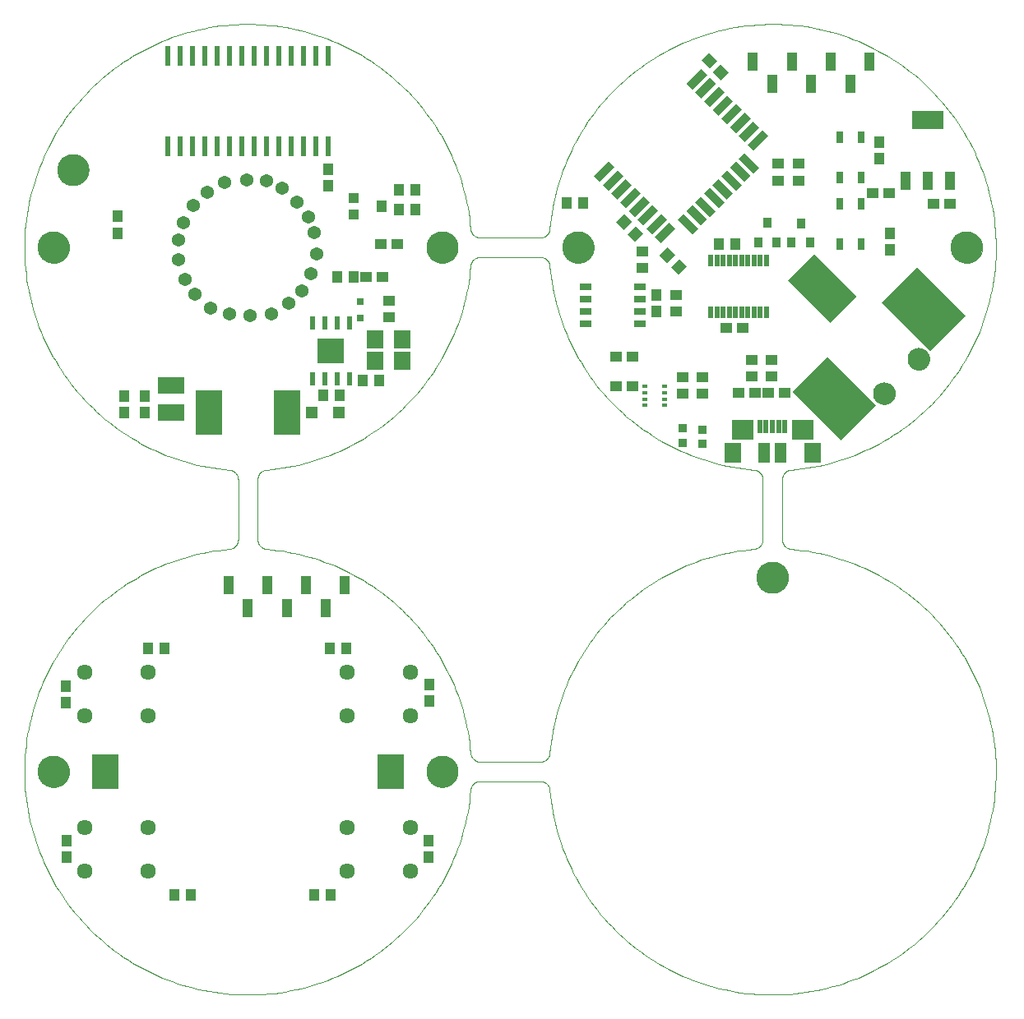
<source format=gts>
G75*
%MOIN*%
%OFA0B0*%
%FSLAX25Y25*%
%IPPOS*%
%LPD*%
%AMOC8*
5,1,8,0,0,1.08239X$1,22.5*
%
%ADD10C,0.00000*%
%ADD11C,0.12998*%
%ADD12R,0.04731X0.04337*%
%ADD13R,0.04337X0.04731*%
%ADD14R,0.01975X0.05715*%
%ADD15R,0.08668X0.08274*%
%ADD16R,0.05124X0.07880*%
%ADD17R,0.06699X0.07880*%
%ADD18R,0.02959X0.04534*%
%ADD19R,0.10636X0.14180*%
%ADD20R,0.02369X0.01778*%
%ADD21R,0.05124X0.02762*%
%ADD22C,0.05400*%
%ADD23R,0.11030X0.06699*%
%ADD24R,0.10636X0.18117*%
%ADD25R,0.05124X0.05124*%
%ADD26R,0.06699X0.07487*%
%ADD27R,0.10636X0.09849*%
%ADD28R,0.02369X0.05400*%
%ADD29R,0.03943X0.04731*%
%ADD30R,0.03943X0.04337*%
%ADD31R,0.03156X0.02762*%
%ADD32R,0.04140X0.07290*%
%ADD33R,0.12998X0.07290*%
%ADD34R,0.03400X0.08400*%
%ADD35R,0.02498X0.08199*%
%ADD36R,0.27959X0.20085*%
%ADD37C,0.09061*%
%ADD38R,0.24416X0.15361*%
%ADD39R,0.03904X0.07683*%
%ADD40R,0.01975X0.04900*%
%ADD41R,0.03550X0.03550*%
%ADD42R,0.03550X0.03943*%
%ADD43C,0.06337*%
D10*
X0050350Y0091951D02*
X0050352Y0092109D01*
X0050358Y0092267D01*
X0050368Y0092425D01*
X0050382Y0092583D01*
X0050400Y0092740D01*
X0050421Y0092897D01*
X0050447Y0093053D01*
X0050477Y0093209D01*
X0050510Y0093364D01*
X0050548Y0093517D01*
X0050589Y0093670D01*
X0050634Y0093822D01*
X0050683Y0093973D01*
X0050736Y0094122D01*
X0050792Y0094270D01*
X0050852Y0094416D01*
X0050916Y0094561D01*
X0050984Y0094704D01*
X0051055Y0094846D01*
X0051129Y0094986D01*
X0051207Y0095123D01*
X0051289Y0095259D01*
X0051373Y0095393D01*
X0051462Y0095524D01*
X0051553Y0095653D01*
X0051648Y0095780D01*
X0051745Y0095905D01*
X0051846Y0096027D01*
X0051950Y0096146D01*
X0052057Y0096263D01*
X0052167Y0096377D01*
X0052280Y0096488D01*
X0052395Y0096597D01*
X0052513Y0096702D01*
X0052634Y0096804D01*
X0052757Y0096904D01*
X0052883Y0097000D01*
X0053011Y0097093D01*
X0053141Y0097183D01*
X0053274Y0097269D01*
X0053409Y0097353D01*
X0053545Y0097432D01*
X0053684Y0097509D01*
X0053825Y0097581D01*
X0053967Y0097651D01*
X0054111Y0097716D01*
X0054257Y0097778D01*
X0054404Y0097836D01*
X0054553Y0097891D01*
X0054703Y0097942D01*
X0054854Y0097989D01*
X0055006Y0098032D01*
X0055159Y0098071D01*
X0055314Y0098107D01*
X0055469Y0098138D01*
X0055625Y0098166D01*
X0055781Y0098190D01*
X0055938Y0098210D01*
X0056096Y0098226D01*
X0056253Y0098238D01*
X0056412Y0098246D01*
X0056570Y0098250D01*
X0056728Y0098250D01*
X0056886Y0098246D01*
X0057045Y0098238D01*
X0057202Y0098226D01*
X0057360Y0098210D01*
X0057517Y0098190D01*
X0057673Y0098166D01*
X0057829Y0098138D01*
X0057984Y0098107D01*
X0058139Y0098071D01*
X0058292Y0098032D01*
X0058444Y0097989D01*
X0058595Y0097942D01*
X0058745Y0097891D01*
X0058894Y0097836D01*
X0059041Y0097778D01*
X0059187Y0097716D01*
X0059331Y0097651D01*
X0059473Y0097581D01*
X0059614Y0097509D01*
X0059753Y0097432D01*
X0059889Y0097353D01*
X0060024Y0097269D01*
X0060157Y0097183D01*
X0060287Y0097093D01*
X0060415Y0097000D01*
X0060541Y0096904D01*
X0060664Y0096804D01*
X0060785Y0096702D01*
X0060903Y0096597D01*
X0061018Y0096488D01*
X0061131Y0096377D01*
X0061241Y0096263D01*
X0061348Y0096146D01*
X0061452Y0096027D01*
X0061553Y0095905D01*
X0061650Y0095780D01*
X0061745Y0095653D01*
X0061836Y0095524D01*
X0061925Y0095393D01*
X0062009Y0095259D01*
X0062091Y0095123D01*
X0062169Y0094986D01*
X0062243Y0094846D01*
X0062314Y0094704D01*
X0062382Y0094561D01*
X0062446Y0094416D01*
X0062506Y0094270D01*
X0062562Y0094122D01*
X0062615Y0093973D01*
X0062664Y0093822D01*
X0062709Y0093670D01*
X0062750Y0093517D01*
X0062788Y0093364D01*
X0062821Y0093209D01*
X0062851Y0093053D01*
X0062877Y0092897D01*
X0062898Y0092740D01*
X0062916Y0092583D01*
X0062930Y0092425D01*
X0062940Y0092267D01*
X0062946Y0092109D01*
X0062948Y0091951D01*
X0062946Y0091793D01*
X0062940Y0091635D01*
X0062930Y0091477D01*
X0062916Y0091319D01*
X0062898Y0091162D01*
X0062877Y0091005D01*
X0062851Y0090849D01*
X0062821Y0090693D01*
X0062788Y0090538D01*
X0062750Y0090385D01*
X0062709Y0090232D01*
X0062664Y0090080D01*
X0062615Y0089929D01*
X0062562Y0089780D01*
X0062506Y0089632D01*
X0062446Y0089486D01*
X0062382Y0089341D01*
X0062314Y0089198D01*
X0062243Y0089056D01*
X0062169Y0088916D01*
X0062091Y0088779D01*
X0062009Y0088643D01*
X0061925Y0088509D01*
X0061836Y0088378D01*
X0061745Y0088249D01*
X0061650Y0088122D01*
X0061553Y0087997D01*
X0061452Y0087875D01*
X0061348Y0087756D01*
X0061241Y0087639D01*
X0061131Y0087525D01*
X0061018Y0087414D01*
X0060903Y0087305D01*
X0060785Y0087200D01*
X0060664Y0087098D01*
X0060541Y0086998D01*
X0060415Y0086902D01*
X0060287Y0086809D01*
X0060157Y0086719D01*
X0060024Y0086633D01*
X0059889Y0086549D01*
X0059753Y0086470D01*
X0059614Y0086393D01*
X0059473Y0086321D01*
X0059331Y0086251D01*
X0059187Y0086186D01*
X0059041Y0086124D01*
X0058894Y0086066D01*
X0058745Y0086011D01*
X0058595Y0085960D01*
X0058444Y0085913D01*
X0058292Y0085870D01*
X0058139Y0085831D01*
X0057984Y0085795D01*
X0057829Y0085764D01*
X0057673Y0085736D01*
X0057517Y0085712D01*
X0057360Y0085692D01*
X0057202Y0085676D01*
X0057045Y0085664D01*
X0056886Y0085656D01*
X0056728Y0085652D01*
X0056570Y0085652D01*
X0056412Y0085656D01*
X0056253Y0085664D01*
X0056096Y0085676D01*
X0055938Y0085692D01*
X0055781Y0085712D01*
X0055625Y0085736D01*
X0055469Y0085764D01*
X0055314Y0085795D01*
X0055159Y0085831D01*
X0055006Y0085870D01*
X0054854Y0085913D01*
X0054703Y0085960D01*
X0054553Y0086011D01*
X0054404Y0086066D01*
X0054257Y0086124D01*
X0054111Y0086186D01*
X0053967Y0086251D01*
X0053825Y0086321D01*
X0053684Y0086393D01*
X0053545Y0086470D01*
X0053409Y0086549D01*
X0053274Y0086633D01*
X0053141Y0086719D01*
X0053011Y0086809D01*
X0052883Y0086902D01*
X0052757Y0086998D01*
X0052634Y0087098D01*
X0052513Y0087200D01*
X0052395Y0087305D01*
X0052280Y0087414D01*
X0052167Y0087525D01*
X0052057Y0087639D01*
X0051950Y0087756D01*
X0051846Y0087875D01*
X0051745Y0087997D01*
X0051648Y0088122D01*
X0051553Y0088249D01*
X0051462Y0088378D01*
X0051373Y0088509D01*
X0051289Y0088643D01*
X0051207Y0088779D01*
X0051129Y0088916D01*
X0051055Y0089056D01*
X0050984Y0089198D01*
X0050916Y0089341D01*
X0050852Y0089486D01*
X0050792Y0089632D01*
X0050736Y0089780D01*
X0050683Y0089929D01*
X0050634Y0090080D01*
X0050589Y0090232D01*
X0050548Y0090385D01*
X0050510Y0090538D01*
X0050477Y0090693D01*
X0050447Y0090849D01*
X0050421Y0091005D01*
X0050400Y0091162D01*
X0050382Y0091319D01*
X0050368Y0091477D01*
X0050358Y0091635D01*
X0050352Y0091793D01*
X0050350Y0091951D01*
X0127842Y0182188D02*
X0125639Y0181977D01*
X0123442Y0181712D01*
X0121253Y0181393D01*
X0119071Y0181021D01*
X0116900Y0180595D01*
X0114739Y0180117D01*
X0112591Y0179586D01*
X0110456Y0179003D01*
X0108336Y0178368D01*
X0106233Y0177681D01*
X0104146Y0176943D01*
X0102079Y0176154D01*
X0100031Y0175315D01*
X0098005Y0174426D01*
X0096000Y0173488D01*
X0094020Y0172501D01*
X0092064Y0171466D01*
X0090134Y0170384D01*
X0088230Y0169255D01*
X0086356Y0168079D01*
X0084510Y0166858D01*
X0082695Y0165593D01*
X0080911Y0164283D01*
X0079160Y0162930D01*
X0077442Y0161535D01*
X0075759Y0160098D01*
X0074111Y0158621D01*
X0072500Y0157104D01*
X0070927Y0155548D01*
X0069392Y0153953D01*
X0067897Y0152322D01*
X0066442Y0150655D01*
X0065028Y0148953D01*
X0063656Y0147216D01*
X0062327Y0145447D01*
X0061042Y0143646D01*
X0059801Y0141814D01*
X0058605Y0139952D01*
X0057455Y0138061D01*
X0056351Y0136143D01*
X0055295Y0134198D01*
X0054286Y0132229D01*
X0053326Y0130235D01*
X0052415Y0128218D01*
X0051554Y0126180D01*
X0050742Y0124121D01*
X0049982Y0122043D01*
X0049272Y0119947D01*
X0048613Y0117834D01*
X0048007Y0115706D01*
X0047452Y0113564D01*
X0046950Y0111409D01*
X0046501Y0109242D01*
X0046105Y0107064D01*
X0045763Y0104878D01*
X0045473Y0102684D01*
X0045238Y0100484D01*
X0045056Y0098279D01*
X0044929Y0096069D01*
X0044855Y0093858D01*
X0044836Y0091645D01*
X0044870Y0089432D01*
X0044959Y0087221D01*
X0045101Y0085013D01*
X0045298Y0082809D01*
X0045548Y0080610D01*
X0045852Y0078418D01*
X0046209Y0076234D01*
X0046620Y0074060D01*
X0047084Y0071896D01*
X0047600Y0069744D01*
X0048169Y0067605D01*
X0048790Y0065481D01*
X0049462Y0063373D01*
X0050186Y0061282D01*
X0050961Y0059209D01*
X0051786Y0057156D01*
X0052662Y0055123D01*
X0053586Y0053113D01*
X0054560Y0051126D01*
X0055581Y0049163D01*
X0056651Y0047225D01*
X0057767Y0045315D01*
X0058930Y0043432D01*
X0060138Y0041578D01*
X0061392Y0039754D01*
X0062689Y0037962D01*
X0064030Y0036201D01*
X0065414Y0034474D01*
X0066839Y0032782D01*
X0068305Y0031124D01*
X0069812Y0029503D01*
X0071357Y0027919D01*
X0072941Y0026374D01*
X0074562Y0024867D01*
X0076220Y0023401D01*
X0077912Y0021976D01*
X0079639Y0020592D01*
X0081400Y0019251D01*
X0083192Y0017954D01*
X0085016Y0016700D01*
X0086870Y0015492D01*
X0088753Y0014329D01*
X0090663Y0013213D01*
X0092601Y0012143D01*
X0094564Y0011122D01*
X0096551Y0010148D01*
X0098561Y0009224D01*
X0100594Y0008348D01*
X0102647Y0007523D01*
X0104720Y0006748D01*
X0106811Y0006024D01*
X0108919Y0005352D01*
X0111043Y0004731D01*
X0113182Y0004162D01*
X0115334Y0003646D01*
X0117498Y0003182D01*
X0119672Y0002771D01*
X0121856Y0002414D01*
X0124048Y0002110D01*
X0126247Y0001860D01*
X0128451Y0001663D01*
X0130659Y0001521D01*
X0132870Y0001432D01*
X0135083Y0001398D01*
X0137296Y0001417D01*
X0139507Y0001491D01*
X0141717Y0001618D01*
X0143922Y0001800D01*
X0146122Y0002035D01*
X0148316Y0002325D01*
X0150502Y0002667D01*
X0152680Y0003063D01*
X0154847Y0003512D01*
X0157002Y0004014D01*
X0159144Y0004569D01*
X0161272Y0005175D01*
X0163385Y0005834D01*
X0165481Y0006544D01*
X0167559Y0007304D01*
X0169618Y0008116D01*
X0171656Y0008977D01*
X0173673Y0009888D01*
X0175667Y0010848D01*
X0177636Y0011857D01*
X0179581Y0012913D01*
X0181499Y0014017D01*
X0183390Y0015167D01*
X0185252Y0016363D01*
X0187084Y0017604D01*
X0188885Y0018889D01*
X0190654Y0020218D01*
X0192391Y0021590D01*
X0194093Y0023004D01*
X0195760Y0024459D01*
X0197391Y0025954D01*
X0198986Y0027489D01*
X0200542Y0029062D01*
X0202059Y0030673D01*
X0203536Y0032321D01*
X0204973Y0034004D01*
X0206368Y0035722D01*
X0207721Y0037473D01*
X0209031Y0039257D01*
X0210296Y0041072D01*
X0211517Y0042918D01*
X0212693Y0044792D01*
X0213822Y0046696D01*
X0214904Y0048626D01*
X0215939Y0050582D01*
X0216926Y0052562D01*
X0217864Y0054567D01*
X0218753Y0056593D01*
X0219592Y0058641D01*
X0220381Y0060708D01*
X0221119Y0062795D01*
X0221806Y0064898D01*
X0222441Y0067018D01*
X0223024Y0069153D01*
X0223555Y0071301D01*
X0224033Y0073462D01*
X0224459Y0075633D01*
X0224831Y0077815D01*
X0225150Y0080004D01*
X0225415Y0082201D01*
X0225626Y0084404D01*
X0225625Y0084404D02*
X0225637Y0084528D01*
X0225653Y0084652D01*
X0225673Y0084775D01*
X0225697Y0084897D01*
X0225725Y0085018D01*
X0225757Y0085139D01*
X0225792Y0085258D01*
X0225831Y0085377D01*
X0225874Y0085494D01*
X0225921Y0085609D01*
X0225971Y0085723D01*
X0226025Y0085835D01*
X0226082Y0085946D01*
X0226143Y0086055D01*
X0226208Y0086162D01*
X0226275Y0086266D01*
X0226346Y0086369D01*
X0226420Y0086469D01*
X0226497Y0086567D01*
X0226578Y0086662D01*
X0226661Y0086755D01*
X0226747Y0086845D01*
X0226836Y0086932D01*
X0226928Y0087016D01*
X0227022Y0087098D01*
X0227119Y0087176D01*
X0227218Y0087251D01*
X0227319Y0087324D01*
X0227423Y0087392D01*
X0227529Y0087458D01*
X0227637Y0087520D01*
X0227747Y0087579D01*
X0227859Y0087634D01*
X0227972Y0087686D01*
X0228087Y0087734D01*
X0228203Y0087778D01*
X0228321Y0087819D01*
X0228440Y0087856D01*
X0228560Y0087889D01*
X0228681Y0087918D01*
X0228803Y0087944D01*
X0228926Y0087966D01*
X0229049Y0087983D01*
X0229173Y0087997D01*
X0229297Y0088007D01*
X0229422Y0088013D01*
X0229546Y0088015D01*
X0229547Y0088014D02*
X0253830Y0088014D01*
X0253830Y0088015D02*
X0253954Y0088013D01*
X0254079Y0088007D01*
X0254203Y0087997D01*
X0254327Y0087983D01*
X0254450Y0087966D01*
X0254573Y0087944D01*
X0254695Y0087918D01*
X0254816Y0087889D01*
X0254936Y0087856D01*
X0255055Y0087819D01*
X0255173Y0087778D01*
X0255289Y0087734D01*
X0255404Y0087686D01*
X0255517Y0087634D01*
X0255629Y0087579D01*
X0255739Y0087520D01*
X0255847Y0087458D01*
X0255953Y0087392D01*
X0256057Y0087324D01*
X0256158Y0087251D01*
X0256257Y0087176D01*
X0256354Y0087098D01*
X0256448Y0087016D01*
X0256540Y0086932D01*
X0256629Y0086845D01*
X0256715Y0086755D01*
X0256798Y0086662D01*
X0256879Y0086567D01*
X0256956Y0086469D01*
X0257030Y0086369D01*
X0257101Y0086266D01*
X0257168Y0086162D01*
X0257233Y0086055D01*
X0257294Y0085946D01*
X0257351Y0085835D01*
X0257405Y0085723D01*
X0257455Y0085609D01*
X0257502Y0085494D01*
X0257545Y0085377D01*
X0257584Y0085258D01*
X0257619Y0085139D01*
X0257651Y0085018D01*
X0257679Y0084897D01*
X0257703Y0084775D01*
X0257723Y0084652D01*
X0257739Y0084528D01*
X0257751Y0084404D01*
X0253830Y0095888D02*
X0229547Y0095888D01*
X0229546Y0095888D02*
X0229422Y0095890D01*
X0229297Y0095896D01*
X0229173Y0095906D01*
X0229049Y0095920D01*
X0228926Y0095937D01*
X0228803Y0095959D01*
X0228681Y0095985D01*
X0228560Y0096014D01*
X0228440Y0096047D01*
X0228321Y0096084D01*
X0228203Y0096125D01*
X0228087Y0096169D01*
X0227972Y0096217D01*
X0227859Y0096269D01*
X0227747Y0096324D01*
X0227637Y0096383D01*
X0227529Y0096445D01*
X0227423Y0096511D01*
X0227319Y0096579D01*
X0227218Y0096652D01*
X0227119Y0096727D01*
X0227022Y0096805D01*
X0226928Y0096887D01*
X0226836Y0096971D01*
X0226747Y0097058D01*
X0226661Y0097148D01*
X0226578Y0097241D01*
X0226497Y0097336D01*
X0226420Y0097434D01*
X0226346Y0097534D01*
X0226275Y0097637D01*
X0226208Y0097741D01*
X0226143Y0097848D01*
X0226082Y0097957D01*
X0226025Y0098068D01*
X0225971Y0098180D01*
X0225921Y0098294D01*
X0225874Y0098409D01*
X0225831Y0098526D01*
X0225792Y0098645D01*
X0225757Y0098764D01*
X0225725Y0098885D01*
X0225697Y0099006D01*
X0225673Y0099128D01*
X0225653Y0099251D01*
X0225637Y0099375D01*
X0225625Y0099499D01*
X0207830Y0091951D02*
X0207832Y0092109D01*
X0207838Y0092267D01*
X0207848Y0092425D01*
X0207862Y0092583D01*
X0207880Y0092740D01*
X0207901Y0092897D01*
X0207927Y0093053D01*
X0207957Y0093209D01*
X0207990Y0093364D01*
X0208028Y0093517D01*
X0208069Y0093670D01*
X0208114Y0093822D01*
X0208163Y0093973D01*
X0208216Y0094122D01*
X0208272Y0094270D01*
X0208332Y0094416D01*
X0208396Y0094561D01*
X0208464Y0094704D01*
X0208535Y0094846D01*
X0208609Y0094986D01*
X0208687Y0095123D01*
X0208769Y0095259D01*
X0208853Y0095393D01*
X0208942Y0095524D01*
X0209033Y0095653D01*
X0209128Y0095780D01*
X0209225Y0095905D01*
X0209326Y0096027D01*
X0209430Y0096146D01*
X0209537Y0096263D01*
X0209647Y0096377D01*
X0209760Y0096488D01*
X0209875Y0096597D01*
X0209993Y0096702D01*
X0210114Y0096804D01*
X0210237Y0096904D01*
X0210363Y0097000D01*
X0210491Y0097093D01*
X0210621Y0097183D01*
X0210754Y0097269D01*
X0210889Y0097353D01*
X0211025Y0097432D01*
X0211164Y0097509D01*
X0211305Y0097581D01*
X0211447Y0097651D01*
X0211591Y0097716D01*
X0211737Y0097778D01*
X0211884Y0097836D01*
X0212033Y0097891D01*
X0212183Y0097942D01*
X0212334Y0097989D01*
X0212486Y0098032D01*
X0212639Y0098071D01*
X0212794Y0098107D01*
X0212949Y0098138D01*
X0213105Y0098166D01*
X0213261Y0098190D01*
X0213418Y0098210D01*
X0213576Y0098226D01*
X0213733Y0098238D01*
X0213892Y0098246D01*
X0214050Y0098250D01*
X0214208Y0098250D01*
X0214366Y0098246D01*
X0214525Y0098238D01*
X0214682Y0098226D01*
X0214840Y0098210D01*
X0214997Y0098190D01*
X0215153Y0098166D01*
X0215309Y0098138D01*
X0215464Y0098107D01*
X0215619Y0098071D01*
X0215772Y0098032D01*
X0215924Y0097989D01*
X0216075Y0097942D01*
X0216225Y0097891D01*
X0216374Y0097836D01*
X0216521Y0097778D01*
X0216667Y0097716D01*
X0216811Y0097651D01*
X0216953Y0097581D01*
X0217094Y0097509D01*
X0217233Y0097432D01*
X0217369Y0097353D01*
X0217504Y0097269D01*
X0217637Y0097183D01*
X0217767Y0097093D01*
X0217895Y0097000D01*
X0218021Y0096904D01*
X0218144Y0096804D01*
X0218265Y0096702D01*
X0218383Y0096597D01*
X0218498Y0096488D01*
X0218611Y0096377D01*
X0218721Y0096263D01*
X0218828Y0096146D01*
X0218932Y0096027D01*
X0219033Y0095905D01*
X0219130Y0095780D01*
X0219225Y0095653D01*
X0219316Y0095524D01*
X0219405Y0095393D01*
X0219489Y0095259D01*
X0219571Y0095123D01*
X0219649Y0094986D01*
X0219723Y0094846D01*
X0219794Y0094704D01*
X0219862Y0094561D01*
X0219926Y0094416D01*
X0219986Y0094270D01*
X0220042Y0094122D01*
X0220095Y0093973D01*
X0220144Y0093822D01*
X0220189Y0093670D01*
X0220230Y0093517D01*
X0220268Y0093364D01*
X0220301Y0093209D01*
X0220331Y0093053D01*
X0220357Y0092897D01*
X0220378Y0092740D01*
X0220396Y0092583D01*
X0220410Y0092425D01*
X0220420Y0092267D01*
X0220426Y0092109D01*
X0220428Y0091951D01*
X0220426Y0091793D01*
X0220420Y0091635D01*
X0220410Y0091477D01*
X0220396Y0091319D01*
X0220378Y0091162D01*
X0220357Y0091005D01*
X0220331Y0090849D01*
X0220301Y0090693D01*
X0220268Y0090538D01*
X0220230Y0090385D01*
X0220189Y0090232D01*
X0220144Y0090080D01*
X0220095Y0089929D01*
X0220042Y0089780D01*
X0219986Y0089632D01*
X0219926Y0089486D01*
X0219862Y0089341D01*
X0219794Y0089198D01*
X0219723Y0089056D01*
X0219649Y0088916D01*
X0219571Y0088779D01*
X0219489Y0088643D01*
X0219405Y0088509D01*
X0219316Y0088378D01*
X0219225Y0088249D01*
X0219130Y0088122D01*
X0219033Y0087997D01*
X0218932Y0087875D01*
X0218828Y0087756D01*
X0218721Y0087639D01*
X0218611Y0087525D01*
X0218498Y0087414D01*
X0218383Y0087305D01*
X0218265Y0087200D01*
X0218144Y0087098D01*
X0218021Y0086998D01*
X0217895Y0086902D01*
X0217767Y0086809D01*
X0217637Y0086719D01*
X0217504Y0086633D01*
X0217369Y0086549D01*
X0217233Y0086470D01*
X0217094Y0086393D01*
X0216953Y0086321D01*
X0216811Y0086251D01*
X0216667Y0086186D01*
X0216521Y0086124D01*
X0216374Y0086066D01*
X0216225Y0086011D01*
X0216075Y0085960D01*
X0215924Y0085913D01*
X0215772Y0085870D01*
X0215619Y0085831D01*
X0215464Y0085795D01*
X0215309Y0085764D01*
X0215153Y0085736D01*
X0214997Y0085712D01*
X0214840Y0085692D01*
X0214682Y0085676D01*
X0214525Y0085664D01*
X0214366Y0085656D01*
X0214208Y0085652D01*
X0214050Y0085652D01*
X0213892Y0085656D01*
X0213733Y0085664D01*
X0213576Y0085676D01*
X0213418Y0085692D01*
X0213261Y0085712D01*
X0213105Y0085736D01*
X0212949Y0085764D01*
X0212794Y0085795D01*
X0212639Y0085831D01*
X0212486Y0085870D01*
X0212334Y0085913D01*
X0212183Y0085960D01*
X0212033Y0086011D01*
X0211884Y0086066D01*
X0211737Y0086124D01*
X0211591Y0086186D01*
X0211447Y0086251D01*
X0211305Y0086321D01*
X0211164Y0086393D01*
X0211025Y0086470D01*
X0210889Y0086549D01*
X0210754Y0086633D01*
X0210621Y0086719D01*
X0210491Y0086809D01*
X0210363Y0086902D01*
X0210237Y0086998D01*
X0210114Y0087098D01*
X0209993Y0087200D01*
X0209875Y0087305D01*
X0209760Y0087414D01*
X0209647Y0087525D01*
X0209537Y0087639D01*
X0209430Y0087756D01*
X0209326Y0087875D01*
X0209225Y0087997D01*
X0209128Y0088122D01*
X0209033Y0088249D01*
X0208942Y0088378D01*
X0208853Y0088509D01*
X0208769Y0088643D01*
X0208687Y0088779D01*
X0208609Y0088916D01*
X0208535Y0089056D01*
X0208464Y0089198D01*
X0208396Y0089341D01*
X0208332Y0089486D01*
X0208272Y0089632D01*
X0208216Y0089780D01*
X0208163Y0089929D01*
X0208114Y0090080D01*
X0208069Y0090232D01*
X0208028Y0090385D01*
X0207990Y0090538D01*
X0207957Y0090693D01*
X0207927Y0090849D01*
X0207901Y0091005D01*
X0207880Y0091162D01*
X0207862Y0091319D01*
X0207848Y0091477D01*
X0207838Y0091635D01*
X0207832Y0091793D01*
X0207830Y0091951D01*
X0253830Y0095888D02*
X0253954Y0095890D01*
X0254079Y0095896D01*
X0254203Y0095906D01*
X0254327Y0095920D01*
X0254450Y0095937D01*
X0254573Y0095959D01*
X0254695Y0095985D01*
X0254816Y0096014D01*
X0254936Y0096047D01*
X0255055Y0096084D01*
X0255173Y0096125D01*
X0255289Y0096169D01*
X0255404Y0096217D01*
X0255517Y0096269D01*
X0255629Y0096324D01*
X0255739Y0096383D01*
X0255847Y0096445D01*
X0255953Y0096511D01*
X0256057Y0096579D01*
X0256158Y0096652D01*
X0256257Y0096727D01*
X0256354Y0096805D01*
X0256448Y0096887D01*
X0256540Y0096971D01*
X0256629Y0097058D01*
X0256715Y0097148D01*
X0256798Y0097241D01*
X0256879Y0097336D01*
X0256956Y0097434D01*
X0257030Y0097534D01*
X0257101Y0097637D01*
X0257168Y0097741D01*
X0257233Y0097848D01*
X0257294Y0097957D01*
X0257351Y0098068D01*
X0257405Y0098180D01*
X0257455Y0098294D01*
X0257502Y0098409D01*
X0257545Y0098526D01*
X0257584Y0098645D01*
X0257619Y0098764D01*
X0257651Y0098885D01*
X0257679Y0099006D01*
X0257703Y0099128D01*
X0257723Y0099251D01*
X0257739Y0099375D01*
X0257751Y0099499D01*
X0257752Y0099498D02*
X0257961Y0101680D01*
X0258223Y0103856D01*
X0258537Y0106025D01*
X0258904Y0108186D01*
X0259323Y0110338D01*
X0259794Y0112478D01*
X0260317Y0114607D01*
X0260891Y0116722D01*
X0261516Y0118823D01*
X0262191Y0120908D01*
X0262917Y0122976D01*
X0263693Y0125026D01*
X0264518Y0127056D01*
X0265392Y0129066D01*
X0266315Y0131054D01*
X0267285Y0133020D01*
X0268303Y0134961D01*
X0269367Y0136877D01*
X0270477Y0138767D01*
X0271633Y0140629D01*
X0272833Y0142463D01*
X0274078Y0144267D01*
X0275366Y0146040D01*
X0276696Y0147782D01*
X0278068Y0149491D01*
X0279481Y0151167D01*
X0280935Y0152807D01*
X0282427Y0154412D01*
X0283958Y0155981D01*
X0285527Y0157512D01*
X0287132Y0159004D01*
X0288772Y0160458D01*
X0290448Y0161871D01*
X0292157Y0163243D01*
X0293899Y0164573D01*
X0295672Y0165861D01*
X0297476Y0167106D01*
X0299310Y0168306D01*
X0301172Y0169462D01*
X0303062Y0170572D01*
X0304978Y0171636D01*
X0306919Y0172654D01*
X0308885Y0173624D01*
X0310873Y0174547D01*
X0312883Y0175421D01*
X0314913Y0176246D01*
X0316963Y0177022D01*
X0319031Y0177748D01*
X0321116Y0178423D01*
X0323217Y0179048D01*
X0325332Y0179622D01*
X0327461Y0180145D01*
X0329601Y0180616D01*
X0331753Y0181035D01*
X0333914Y0181402D01*
X0336083Y0181716D01*
X0338259Y0181978D01*
X0340441Y0182187D01*
X0340440Y0182187D02*
X0340564Y0182199D01*
X0340688Y0182215D01*
X0340811Y0182235D01*
X0340933Y0182259D01*
X0341054Y0182287D01*
X0341175Y0182319D01*
X0341294Y0182354D01*
X0341413Y0182393D01*
X0341530Y0182436D01*
X0341645Y0182483D01*
X0341759Y0182533D01*
X0341871Y0182587D01*
X0341982Y0182644D01*
X0342091Y0182705D01*
X0342198Y0182770D01*
X0342302Y0182837D01*
X0342405Y0182908D01*
X0342505Y0182982D01*
X0342603Y0183059D01*
X0342698Y0183140D01*
X0342791Y0183223D01*
X0342881Y0183309D01*
X0342968Y0183398D01*
X0343052Y0183490D01*
X0343134Y0183584D01*
X0343212Y0183681D01*
X0343287Y0183780D01*
X0343360Y0183881D01*
X0343428Y0183985D01*
X0343494Y0184091D01*
X0343556Y0184199D01*
X0343615Y0184309D01*
X0343670Y0184421D01*
X0343722Y0184534D01*
X0343770Y0184649D01*
X0343814Y0184765D01*
X0343855Y0184883D01*
X0343892Y0185002D01*
X0343925Y0185122D01*
X0343954Y0185243D01*
X0343980Y0185365D01*
X0344002Y0185488D01*
X0344019Y0185611D01*
X0344033Y0185735D01*
X0344043Y0185859D01*
X0344049Y0185984D01*
X0344051Y0186108D01*
X0344050Y0186109D02*
X0344050Y0210392D01*
X0344051Y0210392D02*
X0344049Y0210516D01*
X0344043Y0210641D01*
X0344033Y0210765D01*
X0344019Y0210889D01*
X0344002Y0211012D01*
X0343980Y0211135D01*
X0343954Y0211257D01*
X0343925Y0211378D01*
X0343892Y0211498D01*
X0343855Y0211617D01*
X0343814Y0211735D01*
X0343770Y0211851D01*
X0343722Y0211966D01*
X0343670Y0212079D01*
X0343615Y0212191D01*
X0343556Y0212301D01*
X0343494Y0212409D01*
X0343428Y0212515D01*
X0343360Y0212619D01*
X0343287Y0212720D01*
X0343212Y0212819D01*
X0343134Y0212916D01*
X0343052Y0213010D01*
X0342968Y0213102D01*
X0342881Y0213191D01*
X0342791Y0213277D01*
X0342698Y0213360D01*
X0342603Y0213441D01*
X0342505Y0213518D01*
X0342405Y0213592D01*
X0342302Y0213663D01*
X0342198Y0213730D01*
X0342091Y0213795D01*
X0341982Y0213856D01*
X0341871Y0213913D01*
X0341759Y0213967D01*
X0341645Y0214017D01*
X0341530Y0214064D01*
X0341413Y0214107D01*
X0341294Y0214146D01*
X0341175Y0214181D01*
X0341054Y0214213D01*
X0340933Y0214241D01*
X0340811Y0214265D01*
X0340688Y0214285D01*
X0340564Y0214301D01*
X0340440Y0214313D01*
X0351924Y0210392D02*
X0351924Y0186109D01*
X0351924Y0186108D02*
X0351926Y0185984D01*
X0351932Y0185859D01*
X0351942Y0185735D01*
X0351956Y0185611D01*
X0351973Y0185488D01*
X0351995Y0185365D01*
X0352021Y0185243D01*
X0352050Y0185122D01*
X0352083Y0185002D01*
X0352120Y0184883D01*
X0352161Y0184765D01*
X0352205Y0184649D01*
X0352253Y0184534D01*
X0352305Y0184421D01*
X0352360Y0184309D01*
X0352419Y0184199D01*
X0352481Y0184091D01*
X0352547Y0183985D01*
X0352615Y0183881D01*
X0352688Y0183780D01*
X0352763Y0183681D01*
X0352841Y0183584D01*
X0352923Y0183490D01*
X0353007Y0183398D01*
X0353094Y0183309D01*
X0353184Y0183223D01*
X0353277Y0183140D01*
X0353372Y0183059D01*
X0353470Y0182982D01*
X0353570Y0182908D01*
X0353673Y0182837D01*
X0353777Y0182770D01*
X0353884Y0182705D01*
X0353993Y0182644D01*
X0354104Y0182587D01*
X0354216Y0182533D01*
X0354330Y0182483D01*
X0354445Y0182436D01*
X0354562Y0182393D01*
X0354681Y0182354D01*
X0354800Y0182319D01*
X0354921Y0182287D01*
X0355042Y0182259D01*
X0355164Y0182235D01*
X0355287Y0182215D01*
X0355411Y0182199D01*
X0355535Y0182187D01*
X0341688Y0170691D02*
X0341690Y0170849D01*
X0341696Y0171007D01*
X0341706Y0171165D01*
X0341720Y0171323D01*
X0341738Y0171480D01*
X0341759Y0171637D01*
X0341785Y0171793D01*
X0341815Y0171949D01*
X0341848Y0172104D01*
X0341886Y0172257D01*
X0341927Y0172410D01*
X0341972Y0172562D01*
X0342021Y0172713D01*
X0342074Y0172862D01*
X0342130Y0173010D01*
X0342190Y0173156D01*
X0342254Y0173301D01*
X0342322Y0173444D01*
X0342393Y0173586D01*
X0342467Y0173726D01*
X0342545Y0173863D01*
X0342627Y0173999D01*
X0342711Y0174133D01*
X0342800Y0174264D01*
X0342891Y0174393D01*
X0342986Y0174520D01*
X0343083Y0174645D01*
X0343184Y0174767D01*
X0343288Y0174886D01*
X0343395Y0175003D01*
X0343505Y0175117D01*
X0343618Y0175228D01*
X0343733Y0175337D01*
X0343851Y0175442D01*
X0343972Y0175544D01*
X0344095Y0175644D01*
X0344221Y0175740D01*
X0344349Y0175833D01*
X0344479Y0175923D01*
X0344612Y0176009D01*
X0344747Y0176093D01*
X0344883Y0176172D01*
X0345022Y0176249D01*
X0345163Y0176321D01*
X0345305Y0176391D01*
X0345449Y0176456D01*
X0345595Y0176518D01*
X0345742Y0176576D01*
X0345891Y0176631D01*
X0346041Y0176682D01*
X0346192Y0176729D01*
X0346344Y0176772D01*
X0346497Y0176811D01*
X0346652Y0176847D01*
X0346807Y0176878D01*
X0346963Y0176906D01*
X0347119Y0176930D01*
X0347276Y0176950D01*
X0347434Y0176966D01*
X0347591Y0176978D01*
X0347750Y0176986D01*
X0347908Y0176990D01*
X0348066Y0176990D01*
X0348224Y0176986D01*
X0348383Y0176978D01*
X0348540Y0176966D01*
X0348698Y0176950D01*
X0348855Y0176930D01*
X0349011Y0176906D01*
X0349167Y0176878D01*
X0349322Y0176847D01*
X0349477Y0176811D01*
X0349630Y0176772D01*
X0349782Y0176729D01*
X0349933Y0176682D01*
X0350083Y0176631D01*
X0350232Y0176576D01*
X0350379Y0176518D01*
X0350525Y0176456D01*
X0350669Y0176391D01*
X0350811Y0176321D01*
X0350952Y0176249D01*
X0351091Y0176172D01*
X0351227Y0176093D01*
X0351362Y0176009D01*
X0351495Y0175923D01*
X0351625Y0175833D01*
X0351753Y0175740D01*
X0351879Y0175644D01*
X0352002Y0175544D01*
X0352123Y0175442D01*
X0352241Y0175337D01*
X0352356Y0175228D01*
X0352469Y0175117D01*
X0352579Y0175003D01*
X0352686Y0174886D01*
X0352790Y0174767D01*
X0352891Y0174645D01*
X0352988Y0174520D01*
X0353083Y0174393D01*
X0353174Y0174264D01*
X0353263Y0174133D01*
X0353347Y0173999D01*
X0353429Y0173863D01*
X0353507Y0173726D01*
X0353581Y0173586D01*
X0353652Y0173444D01*
X0353720Y0173301D01*
X0353784Y0173156D01*
X0353844Y0173010D01*
X0353900Y0172862D01*
X0353953Y0172713D01*
X0354002Y0172562D01*
X0354047Y0172410D01*
X0354088Y0172257D01*
X0354126Y0172104D01*
X0354159Y0171949D01*
X0354189Y0171793D01*
X0354215Y0171637D01*
X0354236Y0171480D01*
X0354254Y0171323D01*
X0354268Y0171165D01*
X0354278Y0171007D01*
X0354284Y0170849D01*
X0354286Y0170691D01*
X0354284Y0170533D01*
X0354278Y0170375D01*
X0354268Y0170217D01*
X0354254Y0170059D01*
X0354236Y0169902D01*
X0354215Y0169745D01*
X0354189Y0169589D01*
X0354159Y0169433D01*
X0354126Y0169278D01*
X0354088Y0169125D01*
X0354047Y0168972D01*
X0354002Y0168820D01*
X0353953Y0168669D01*
X0353900Y0168520D01*
X0353844Y0168372D01*
X0353784Y0168226D01*
X0353720Y0168081D01*
X0353652Y0167938D01*
X0353581Y0167796D01*
X0353507Y0167656D01*
X0353429Y0167519D01*
X0353347Y0167383D01*
X0353263Y0167249D01*
X0353174Y0167118D01*
X0353083Y0166989D01*
X0352988Y0166862D01*
X0352891Y0166737D01*
X0352790Y0166615D01*
X0352686Y0166496D01*
X0352579Y0166379D01*
X0352469Y0166265D01*
X0352356Y0166154D01*
X0352241Y0166045D01*
X0352123Y0165940D01*
X0352002Y0165838D01*
X0351879Y0165738D01*
X0351753Y0165642D01*
X0351625Y0165549D01*
X0351495Y0165459D01*
X0351362Y0165373D01*
X0351227Y0165289D01*
X0351091Y0165210D01*
X0350952Y0165133D01*
X0350811Y0165061D01*
X0350669Y0164991D01*
X0350525Y0164926D01*
X0350379Y0164864D01*
X0350232Y0164806D01*
X0350083Y0164751D01*
X0349933Y0164700D01*
X0349782Y0164653D01*
X0349630Y0164610D01*
X0349477Y0164571D01*
X0349322Y0164535D01*
X0349167Y0164504D01*
X0349011Y0164476D01*
X0348855Y0164452D01*
X0348698Y0164432D01*
X0348540Y0164416D01*
X0348383Y0164404D01*
X0348224Y0164396D01*
X0348066Y0164392D01*
X0347908Y0164392D01*
X0347750Y0164396D01*
X0347591Y0164404D01*
X0347434Y0164416D01*
X0347276Y0164432D01*
X0347119Y0164452D01*
X0346963Y0164476D01*
X0346807Y0164504D01*
X0346652Y0164535D01*
X0346497Y0164571D01*
X0346344Y0164610D01*
X0346192Y0164653D01*
X0346041Y0164700D01*
X0345891Y0164751D01*
X0345742Y0164806D01*
X0345595Y0164864D01*
X0345449Y0164926D01*
X0345305Y0164991D01*
X0345163Y0165061D01*
X0345022Y0165133D01*
X0344883Y0165210D01*
X0344747Y0165289D01*
X0344612Y0165373D01*
X0344479Y0165459D01*
X0344349Y0165549D01*
X0344221Y0165642D01*
X0344095Y0165738D01*
X0343972Y0165838D01*
X0343851Y0165940D01*
X0343733Y0166045D01*
X0343618Y0166154D01*
X0343505Y0166265D01*
X0343395Y0166379D01*
X0343288Y0166496D01*
X0343184Y0166615D01*
X0343083Y0166737D01*
X0342986Y0166862D01*
X0342891Y0166989D01*
X0342800Y0167118D01*
X0342711Y0167249D01*
X0342627Y0167383D01*
X0342545Y0167519D01*
X0342467Y0167656D01*
X0342393Y0167796D01*
X0342322Y0167938D01*
X0342254Y0168081D01*
X0342190Y0168226D01*
X0342130Y0168372D01*
X0342074Y0168520D01*
X0342021Y0168669D01*
X0341972Y0168820D01*
X0341927Y0168972D01*
X0341886Y0169125D01*
X0341848Y0169278D01*
X0341815Y0169433D01*
X0341785Y0169589D01*
X0341759Y0169745D01*
X0341738Y0169902D01*
X0341720Y0170059D01*
X0341706Y0170217D01*
X0341696Y0170375D01*
X0341690Y0170533D01*
X0341688Y0170691D01*
X0351924Y0210392D02*
X0351926Y0210516D01*
X0351932Y0210641D01*
X0351942Y0210765D01*
X0351956Y0210889D01*
X0351973Y0211012D01*
X0351995Y0211135D01*
X0352021Y0211257D01*
X0352050Y0211378D01*
X0352083Y0211498D01*
X0352120Y0211617D01*
X0352161Y0211735D01*
X0352205Y0211851D01*
X0352253Y0211966D01*
X0352305Y0212079D01*
X0352360Y0212191D01*
X0352419Y0212301D01*
X0352481Y0212409D01*
X0352547Y0212515D01*
X0352615Y0212619D01*
X0352688Y0212720D01*
X0352763Y0212819D01*
X0352841Y0212916D01*
X0352923Y0213010D01*
X0353007Y0213102D01*
X0353094Y0213191D01*
X0353184Y0213277D01*
X0353277Y0213360D01*
X0353372Y0213441D01*
X0353470Y0213518D01*
X0353570Y0213592D01*
X0353673Y0213663D01*
X0353777Y0213730D01*
X0353884Y0213795D01*
X0353993Y0213856D01*
X0354104Y0213913D01*
X0354216Y0213967D01*
X0354330Y0214017D01*
X0354445Y0214064D01*
X0354562Y0214107D01*
X0354681Y0214146D01*
X0354800Y0214181D01*
X0354921Y0214213D01*
X0355042Y0214241D01*
X0355164Y0214265D01*
X0355287Y0214285D01*
X0355411Y0214301D01*
X0355535Y0214313D01*
X0388961Y0245326D02*
X0388963Y0245457D01*
X0388969Y0245589D01*
X0388979Y0245720D01*
X0388993Y0245851D01*
X0389011Y0245981D01*
X0389033Y0246110D01*
X0389058Y0246239D01*
X0389088Y0246367D01*
X0389122Y0246494D01*
X0389159Y0246621D01*
X0389200Y0246745D01*
X0389245Y0246869D01*
X0389294Y0246991D01*
X0389346Y0247112D01*
X0389402Y0247230D01*
X0389462Y0247348D01*
X0389525Y0247463D01*
X0389592Y0247576D01*
X0389662Y0247688D01*
X0389735Y0247797D01*
X0389811Y0247903D01*
X0389891Y0248008D01*
X0389974Y0248110D01*
X0390060Y0248209D01*
X0390149Y0248306D01*
X0390241Y0248400D01*
X0390336Y0248491D01*
X0390433Y0248580D01*
X0390533Y0248665D01*
X0390636Y0248747D01*
X0390741Y0248826D01*
X0390848Y0248902D01*
X0390958Y0248974D01*
X0391070Y0249043D01*
X0391184Y0249109D01*
X0391299Y0249171D01*
X0391417Y0249230D01*
X0391536Y0249285D01*
X0391657Y0249337D01*
X0391780Y0249384D01*
X0391904Y0249428D01*
X0392029Y0249469D01*
X0392155Y0249505D01*
X0392283Y0249538D01*
X0392411Y0249566D01*
X0392540Y0249591D01*
X0392670Y0249612D01*
X0392800Y0249629D01*
X0392931Y0249642D01*
X0393062Y0249651D01*
X0393193Y0249656D01*
X0393325Y0249657D01*
X0393456Y0249654D01*
X0393588Y0249647D01*
X0393719Y0249636D01*
X0393849Y0249621D01*
X0393979Y0249602D01*
X0394109Y0249579D01*
X0394237Y0249553D01*
X0394365Y0249522D01*
X0394492Y0249487D01*
X0394618Y0249449D01*
X0394742Y0249407D01*
X0394866Y0249361D01*
X0394987Y0249311D01*
X0395107Y0249258D01*
X0395226Y0249201D01*
X0395343Y0249141D01*
X0395457Y0249077D01*
X0395570Y0249009D01*
X0395681Y0248938D01*
X0395790Y0248864D01*
X0395896Y0248787D01*
X0396000Y0248706D01*
X0396101Y0248623D01*
X0396200Y0248536D01*
X0396296Y0248446D01*
X0396389Y0248353D01*
X0396480Y0248258D01*
X0396567Y0248160D01*
X0396652Y0248059D01*
X0396733Y0247956D01*
X0396811Y0247850D01*
X0396886Y0247742D01*
X0396958Y0247632D01*
X0397026Y0247520D01*
X0397091Y0247406D01*
X0397152Y0247289D01*
X0397210Y0247171D01*
X0397264Y0247051D01*
X0397315Y0246930D01*
X0397362Y0246807D01*
X0397405Y0246683D01*
X0397444Y0246558D01*
X0397480Y0246431D01*
X0397511Y0246303D01*
X0397539Y0246175D01*
X0397563Y0246046D01*
X0397583Y0245916D01*
X0397599Y0245785D01*
X0397611Y0245654D01*
X0397619Y0245523D01*
X0397623Y0245392D01*
X0397623Y0245260D01*
X0397619Y0245129D01*
X0397611Y0244998D01*
X0397599Y0244867D01*
X0397583Y0244736D01*
X0397563Y0244606D01*
X0397539Y0244477D01*
X0397511Y0244349D01*
X0397480Y0244221D01*
X0397444Y0244094D01*
X0397405Y0243969D01*
X0397362Y0243845D01*
X0397315Y0243722D01*
X0397264Y0243601D01*
X0397210Y0243481D01*
X0397152Y0243363D01*
X0397091Y0243246D01*
X0397026Y0243132D01*
X0396958Y0243020D01*
X0396886Y0242910D01*
X0396811Y0242802D01*
X0396733Y0242696D01*
X0396652Y0242593D01*
X0396567Y0242492D01*
X0396480Y0242394D01*
X0396389Y0242299D01*
X0396296Y0242206D01*
X0396200Y0242116D01*
X0396101Y0242029D01*
X0396000Y0241946D01*
X0395896Y0241865D01*
X0395790Y0241788D01*
X0395681Y0241714D01*
X0395570Y0241643D01*
X0395458Y0241575D01*
X0395343Y0241511D01*
X0395226Y0241451D01*
X0395107Y0241394D01*
X0394987Y0241341D01*
X0394866Y0241291D01*
X0394742Y0241245D01*
X0394618Y0241203D01*
X0394492Y0241165D01*
X0394365Y0241130D01*
X0394237Y0241099D01*
X0394109Y0241073D01*
X0393979Y0241050D01*
X0393849Y0241031D01*
X0393719Y0241016D01*
X0393588Y0241005D01*
X0393456Y0240998D01*
X0393325Y0240995D01*
X0393193Y0240996D01*
X0393062Y0241001D01*
X0392931Y0241010D01*
X0392800Y0241023D01*
X0392670Y0241040D01*
X0392540Y0241061D01*
X0392411Y0241086D01*
X0392283Y0241114D01*
X0392155Y0241147D01*
X0392029Y0241183D01*
X0391904Y0241224D01*
X0391780Y0241268D01*
X0391657Y0241315D01*
X0391536Y0241367D01*
X0391417Y0241422D01*
X0391299Y0241481D01*
X0391184Y0241543D01*
X0391070Y0241609D01*
X0390958Y0241678D01*
X0390848Y0241750D01*
X0390741Y0241826D01*
X0390636Y0241905D01*
X0390533Y0241987D01*
X0390433Y0242072D01*
X0390336Y0242161D01*
X0390241Y0242252D01*
X0390149Y0242346D01*
X0390060Y0242443D01*
X0389974Y0242542D01*
X0389891Y0242644D01*
X0389811Y0242749D01*
X0389735Y0242855D01*
X0389662Y0242964D01*
X0389592Y0243076D01*
X0389525Y0243189D01*
X0389462Y0243304D01*
X0389402Y0243422D01*
X0389346Y0243540D01*
X0389294Y0243661D01*
X0389245Y0243783D01*
X0389200Y0243907D01*
X0389159Y0244031D01*
X0389122Y0244158D01*
X0389088Y0244285D01*
X0389058Y0244413D01*
X0389033Y0244542D01*
X0389011Y0244671D01*
X0388993Y0244801D01*
X0388979Y0244932D01*
X0388969Y0245063D01*
X0388963Y0245195D01*
X0388961Y0245326D01*
X0402880Y0259245D02*
X0402882Y0259376D01*
X0402888Y0259508D01*
X0402898Y0259639D01*
X0402912Y0259770D01*
X0402930Y0259900D01*
X0402952Y0260029D01*
X0402977Y0260158D01*
X0403007Y0260286D01*
X0403041Y0260413D01*
X0403078Y0260540D01*
X0403119Y0260664D01*
X0403164Y0260788D01*
X0403213Y0260910D01*
X0403265Y0261031D01*
X0403321Y0261149D01*
X0403381Y0261267D01*
X0403444Y0261382D01*
X0403511Y0261495D01*
X0403581Y0261607D01*
X0403654Y0261716D01*
X0403730Y0261822D01*
X0403810Y0261927D01*
X0403893Y0262029D01*
X0403979Y0262128D01*
X0404068Y0262225D01*
X0404160Y0262319D01*
X0404255Y0262410D01*
X0404352Y0262499D01*
X0404452Y0262584D01*
X0404555Y0262666D01*
X0404660Y0262745D01*
X0404767Y0262821D01*
X0404877Y0262893D01*
X0404989Y0262962D01*
X0405103Y0263028D01*
X0405218Y0263090D01*
X0405336Y0263149D01*
X0405455Y0263204D01*
X0405576Y0263256D01*
X0405699Y0263303D01*
X0405823Y0263347D01*
X0405948Y0263388D01*
X0406074Y0263424D01*
X0406202Y0263457D01*
X0406330Y0263485D01*
X0406459Y0263510D01*
X0406589Y0263531D01*
X0406719Y0263548D01*
X0406850Y0263561D01*
X0406981Y0263570D01*
X0407112Y0263575D01*
X0407244Y0263576D01*
X0407375Y0263573D01*
X0407507Y0263566D01*
X0407638Y0263555D01*
X0407768Y0263540D01*
X0407898Y0263521D01*
X0408028Y0263498D01*
X0408156Y0263472D01*
X0408284Y0263441D01*
X0408411Y0263406D01*
X0408537Y0263368D01*
X0408661Y0263326D01*
X0408785Y0263280D01*
X0408906Y0263230D01*
X0409026Y0263177D01*
X0409145Y0263120D01*
X0409262Y0263060D01*
X0409376Y0262996D01*
X0409489Y0262928D01*
X0409600Y0262857D01*
X0409709Y0262783D01*
X0409815Y0262706D01*
X0409919Y0262625D01*
X0410020Y0262542D01*
X0410119Y0262455D01*
X0410215Y0262365D01*
X0410308Y0262272D01*
X0410399Y0262177D01*
X0410486Y0262079D01*
X0410571Y0261978D01*
X0410652Y0261875D01*
X0410730Y0261769D01*
X0410805Y0261661D01*
X0410877Y0261551D01*
X0410945Y0261439D01*
X0411010Y0261325D01*
X0411071Y0261208D01*
X0411129Y0261090D01*
X0411183Y0260970D01*
X0411234Y0260849D01*
X0411281Y0260726D01*
X0411324Y0260602D01*
X0411363Y0260477D01*
X0411399Y0260350D01*
X0411430Y0260222D01*
X0411458Y0260094D01*
X0411482Y0259965D01*
X0411502Y0259835D01*
X0411518Y0259704D01*
X0411530Y0259573D01*
X0411538Y0259442D01*
X0411542Y0259311D01*
X0411542Y0259179D01*
X0411538Y0259048D01*
X0411530Y0258917D01*
X0411518Y0258786D01*
X0411502Y0258655D01*
X0411482Y0258525D01*
X0411458Y0258396D01*
X0411430Y0258268D01*
X0411399Y0258140D01*
X0411363Y0258013D01*
X0411324Y0257888D01*
X0411281Y0257764D01*
X0411234Y0257641D01*
X0411183Y0257520D01*
X0411129Y0257400D01*
X0411071Y0257282D01*
X0411010Y0257165D01*
X0410945Y0257051D01*
X0410877Y0256939D01*
X0410805Y0256829D01*
X0410730Y0256721D01*
X0410652Y0256615D01*
X0410571Y0256512D01*
X0410486Y0256411D01*
X0410399Y0256313D01*
X0410308Y0256218D01*
X0410215Y0256125D01*
X0410119Y0256035D01*
X0410020Y0255948D01*
X0409919Y0255865D01*
X0409815Y0255784D01*
X0409709Y0255707D01*
X0409600Y0255633D01*
X0409489Y0255562D01*
X0409377Y0255494D01*
X0409262Y0255430D01*
X0409145Y0255370D01*
X0409026Y0255313D01*
X0408906Y0255260D01*
X0408785Y0255210D01*
X0408661Y0255164D01*
X0408537Y0255122D01*
X0408411Y0255084D01*
X0408284Y0255049D01*
X0408156Y0255018D01*
X0408028Y0254992D01*
X0407898Y0254969D01*
X0407768Y0254950D01*
X0407638Y0254935D01*
X0407507Y0254924D01*
X0407375Y0254917D01*
X0407244Y0254914D01*
X0407112Y0254915D01*
X0406981Y0254920D01*
X0406850Y0254929D01*
X0406719Y0254942D01*
X0406589Y0254959D01*
X0406459Y0254980D01*
X0406330Y0255005D01*
X0406202Y0255033D01*
X0406074Y0255066D01*
X0405948Y0255102D01*
X0405823Y0255143D01*
X0405699Y0255187D01*
X0405576Y0255234D01*
X0405455Y0255286D01*
X0405336Y0255341D01*
X0405218Y0255400D01*
X0405103Y0255462D01*
X0404989Y0255528D01*
X0404877Y0255597D01*
X0404767Y0255669D01*
X0404660Y0255745D01*
X0404555Y0255824D01*
X0404452Y0255906D01*
X0404352Y0255991D01*
X0404255Y0256080D01*
X0404160Y0256171D01*
X0404068Y0256265D01*
X0403979Y0256362D01*
X0403893Y0256461D01*
X0403810Y0256563D01*
X0403730Y0256668D01*
X0403654Y0256774D01*
X0403581Y0256883D01*
X0403511Y0256995D01*
X0403444Y0257108D01*
X0403381Y0257223D01*
X0403321Y0257341D01*
X0403265Y0257459D01*
X0403213Y0257580D01*
X0403164Y0257702D01*
X0403119Y0257826D01*
X0403078Y0257950D01*
X0403041Y0258077D01*
X0403007Y0258204D01*
X0402977Y0258332D01*
X0402952Y0258461D01*
X0402930Y0258590D01*
X0402912Y0258720D01*
X0402898Y0258851D01*
X0402888Y0258982D01*
X0402882Y0259114D01*
X0402880Y0259245D01*
X0420429Y0304550D02*
X0420431Y0304708D01*
X0420437Y0304866D01*
X0420447Y0305024D01*
X0420461Y0305182D01*
X0420479Y0305339D01*
X0420500Y0305496D01*
X0420526Y0305652D01*
X0420556Y0305808D01*
X0420589Y0305963D01*
X0420627Y0306116D01*
X0420668Y0306269D01*
X0420713Y0306421D01*
X0420762Y0306572D01*
X0420815Y0306721D01*
X0420871Y0306869D01*
X0420931Y0307015D01*
X0420995Y0307160D01*
X0421063Y0307303D01*
X0421134Y0307445D01*
X0421208Y0307585D01*
X0421286Y0307722D01*
X0421368Y0307858D01*
X0421452Y0307992D01*
X0421541Y0308123D01*
X0421632Y0308252D01*
X0421727Y0308379D01*
X0421824Y0308504D01*
X0421925Y0308626D01*
X0422029Y0308745D01*
X0422136Y0308862D01*
X0422246Y0308976D01*
X0422359Y0309087D01*
X0422474Y0309196D01*
X0422592Y0309301D01*
X0422713Y0309403D01*
X0422836Y0309503D01*
X0422962Y0309599D01*
X0423090Y0309692D01*
X0423220Y0309782D01*
X0423353Y0309868D01*
X0423488Y0309952D01*
X0423624Y0310031D01*
X0423763Y0310108D01*
X0423904Y0310180D01*
X0424046Y0310250D01*
X0424190Y0310315D01*
X0424336Y0310377D01*
X0424483Y0310435D01*
X0424632Y0310490D01*
X0424782Y0310541D01*
X0424933Y0310588D01*
X0425085Y0310631D01*
X0425238Y0310670D01*
X0425393Y0310706D01*
X0425548Y0310737D01*
X0425704Y0310765D01*
X0425860Y0310789D01*
X0426017Y0310809D01*
X0426175Y0310825D01*
X0426332Y0310837D01*
X0426491Y0310845D01*
X0426649Y0310849D01*
X0426807Y0310849D01*
X0426965Y0310845D01*
X0427124Y0310837D01*
X0427281Y0310825D01*
X0427439Y0310809D01*
X0427596Y0310789D01*
X0427752Y0310765D01*
X0427908Y0310737D01*
X0428063Y0310706D01*
X0428218Y0310670D01*
X0428371Y0310631D01*
X0428523Y0310588D01*
X0428674Y0310541D01*
X0428824Y0310490D01*
X0428973Y0310435D01*
X0429120Y0310377D01*
X0429266Y0310315D01*
X0429410Y0310250D01*
X0429552Y0310180D01*
X0429693Y0310108D01*
X0429832Y0310031D01*
X0429968Y0309952D01*
X0430103Y0309868D01*
X0430236Y0309782D01*
X0430366Y0309692D01*
X0430494Y0309599D01*
X0430620Y0309503D01*
X0430743Y0309403D01*
X0430864Y0309301D01*
X0430982Y0309196D01*
X0431097Y0309087D01*
X0431210Y0308976D01*
X0431320Y0308862D01*
X0431427Y0308745D01*
X0431531Y0308626D01*
X0431632Y0308504D01*
X0431729Y0308379D01*
X0431824Y0308252D01*
X0431915Y0308123D01*
X0432004Y0307992D01*
X0432088Y0307858D01*
X0432170Y0307722D01*
X0432248Y0307585D01*
X0432322Y0307445D01*
X0432393Y0307303D01*
X0432461Y0307160D01*
X0432525Y0307015D01*
X0432585Y0306869D01*
X0432641Y0306721D01*
X0432694Y0306572D01*
X0432743Y0306421D01*
X0432788Y0306269D01*
X0432829Y0306116D01*
X0432867Y0305963D01*
X0432900Y0305808D01*
X0432930Y0305652D01*
X0432956Y0305496D01*
X0432977Y0305339D01*
X0432995Y0305182D01*
X0433009Y0305024D01*
X0433019Y0304866D01*
X0433025Y0304708D01*
X0433027Y0304550D01*
X0433025Y0304392D01*
X0433019Y0304234D01*
X0433009Y0304076D01*
X0432995Y0303918D01*
X0432977Y0303761D01*
X0432956Y0303604D01*
X0432930Y0303448D01*
X0432900Y0303292D01*
X0432867Y0303137D01*
X0432829Y0302984D01*
X0432788Y0302831D01*
X0432743Y0302679D01*
X0432694Y0302528D01*
X0432641Y0302379D01*
X0432585Y0302231D01*
X0432525Y0302085D01*
X0432461Y0301940D01*
X0432393Y0301797D01*
X0432322Y0301655D01*
X0432248Y0301515D01*
X0432170Y0301378D01*
X0432088Y0301242D01*
X0432004Y0301108D01*
X0431915Y0300977D01*
X0431824Y0300848D01*
X0431729Y0300721D01*
X0431632Y0300596D01*
X0431531Y0300474D01*
X0431427Y0300355D01*
X0431320Y0300238D01*
X0431210Y0300124D01*
X0431097Y0300013D01*
X0430982Y0299904D01*
X0430864Y0299799D01*
X0430743Y0299697D01*
X0430620Y0299597D01*
X0430494Y0299501D01*
X0430366Y0299408D01*
X0430236Y0299318D01*
X0430103Y0299232D01*
X0429968Y0299148D01*
X0429832Y0299069D01*
X0429693Y0298992D01*
X0429552Y0298920D01*
X0429410Y0298850D01*
X0429266Y0298785D01*
X0429120Y0298723D01*
X0428973Y0298665D01*
X0428824Y0298610D01*
X0428674Y0298559D01*
X0428523Y0298512D01*
X0428371Y0298469D01*
X0428218Y0298430D01*
X0428063Y0298394D01*
X0427908Y0298363D01*
X0427752Y0298335D01*
X0427596Y0298311D01*
X0427439Y0298291D01*
X0427281Y0298275D01*
X0427124Y0298263D01*
X0426965Y0298255D01*
X0426807Y0298251D01*
X0426649Y0298251D01*
X0426491Y0298255D01*
X0426332Y0298263D01*
X0426175Y0298275D01*
X0426017Y0298291D01*
X0425860Y0298311D01*
X0425704Y0298335D01*
X0425548Y0298363D01*
X0425393Y0298394D01*
X0425238Y0298430D01*
X0425085Y0298469D01*
X0424933Y0298512D01*
X0424782Y0298559D01*
X0424632Y0298610D01*
X0424483Y0298665D01*
X0424336Y0298723D01*
X0424190Y0298785D01*
X0424046Y0298850D01*
X0423904Y0298920D01*
X0423763Y0298992D01*
X0423624Y0299069D01*
X0423488Y0299148D01*
X0423353Y0299232D01*
X0423220Y0299318D01*
X0423090Y0299408D01*
X0422962Y0299501D01*
X0422836Y0299597D01*
X0422713Y0299697D01*
X0422592Y0299799D01*
X0422474Y0299904D01*
X0422359Y0300013D01*
X0422246Y0300124D01*
X0422136Y0300238D01*
X0422029Y0300355D01*
X0421925Y0300474D01*
X0421824Y0300596D01*
X0421727Y0300721D01*
X0421632Y0300848D01*
X0421541Y0300977D01*
X0421452Y0301108D01*
X0421368Y0301242D01*
X0421286Y0301378D01*
X0421208Y0301515D01*
X0421134Y0301655D01*
X0421063Y0301797D01*
X0420995Y0301940D01*
X0420931Y0302085D01*
X0420871Y0302231D01*
X0420815Y0302379D01*
X0420762Y0302528D01*
X0420713Y0302679D01*
X0420668Y0302831D01*
X0420627Y0302984D01*
X0420589Y0303137D01*
X0420556Y0303292D01*
X0420526Y0303448D01*
X0420500Y0303604D01*
X0420479Y0303761D01*
X0420461Y0303918D01*
X0420447Y0304076D01*
X0420437Y0304234D01*
X0420431Y0304392D01*
X0420429Y0304550D01*
X0355535Y0214313D02*
X0357738Y0214524D01*
X0359935Y0214789D01*
X0362124Y0215108D01*
X0364306Y0215480D01*
X0366477Y0215906D01*
X0368638Y0216384D01*
X0370786Y0216915D01*
X0372921Y0217498D01*
X0375041Y0218133D01*
X0377144Y0218820D01*
X0379231Y0219558D01*
X0381298Y0220347D01*
X0383346Y0221186D01*
X0385372Y0222075D01*
X0387377Y0223013D01*
X0389357Y0224000D01*
X0391313Y0225035D01*
X0393243Y0226117D01*
X0395147Y0227246D01*
X0397021Y0228422D01*
X0398867Y0229643D01*
X0400682Y0230908D01*
X0402466Y0232218D01*
X0404217Y0233571D01*
X0405935Y0234966D01*
X0407618Y0236403D01*
X0409266Y0237880D01*
X0410877Y0239397D01*
X0412450Y0240953D01*
X0413985Y0242548D01*
X0415480Y0244179D01*
X0416935Y0245846D01*
X0418349Y0247548D01*
X0419721Y0249285D01*
X0421050Y0251054D01*
X0422335Y0252855D01*
X0423576Y0254687D01*
X0424772Y0256549D01*
X0425922Y0258440D01*
X0427026Y0260358D01*
X0428082Y0262303D01*
X0429091Y0264272D01*
X0430051Y0266266D01*
X0430962Y0268283D01*
X0431823Y0270321D01*
X0432635Y0272380D01*
X0433395Y0274458D01*
X0434105Y0276554D01*
X0434764Y0278667D01*
X0435370Y0280795D01*
X0435925Y0282937D01*
X0436427Y0285092D01*
X0436876Y0287259D01*
X0437272Y0289437D01*
X0437614Y0291623D01*
X0437904Y0293817D01*
X0438139Y0296017D01*
X0438321Y0298222D01*
X0438448Y0300432D01*
X0438522Y0302643D01*
X0438541Y0304856D01*
X0438507Y0307069D01*
X0438418Y0309280D01*
X0438276Y0311488D01*
X0438079Y0313692D01*
X0437829Y0315891D01*
X0437525Y0318083D01*
X0437168Y0320267D01*
X0436757Y0322441D01*
X0436293Y0324605D01*
X0435777Y0326757D01*
X0435208Y0328896D01*
X0434587Y0331020D01*
X0433915Y0333128D01*
X0433191Y0335219D01*
X0432416Y0337292D01*
X0431591Y0339345D01*
X0430715Y0341378D01*
X0429791Y0343388D01*
X0428817Y0345375D01*
X0427796Y0347338D01*
X0426726Y0349276D01*
X0425610Y0351186D01*
X0424447Y0353069D01*
X0423239Y0354923D01*
X0421985Y0356747D01*
X0420688Y0358539D01*
X0419347Y0360300D01*
X0417963Y0362027D01*
X0416538Y0363719D01*
X0415072Y0365377D01*
X0413565Y0366998D01*
X0412020Y0368582D01*
X0410436Y0370127D01*
X0408815Y0371634D01*
X0407157Y0373100D01*
X0405465Y0374525D01*
X0403738Y0375909D01*
X0401977Y0377250D01*
X0400185Y0378547D01*
X0398361Y0379801D01*
X0396507Y0381009D01*
X0394624Y0382172D01*
X0392714Y0383288D01*
X0390776Y0384358D01*
X0388813Y0385379D01*
X0386826Y0386353D01*
X0384816Y0387277D01*
X0382783Y0388153D01*
X0380730Y0388978D01*
X0378657Y0389753D01*
X0376566Y0390477D01*
X0374458Y0391149D01*
X0372334Y0391770D01*
X0370195Y0392339D01*
X0368043Y0392855D01*
X0365879Y0393319D01*
X0363705Y0393730D01*
X0361521Y0394087D01*
X0359329Y0394391D01*
X0357130Y0394641D01*
X0354926Y0394838D01*
X0352718Y0394980D01*
X0350507Y0395069D01*
X0348294Y0395103D01*
X0346081Y0395084D01*
X0343870Y0395010D01*
X0341660Y0394883D01*
X0339455Y0394701D01*
X0337255Y0394466D01*
X0335061Y0394176D01*
X0332875Y0393834D01*
X0330697Y0393438D01*
X0328530Y0392989D01*
X0326375Y0392487D01*
X0324233Y0391932D01*
X0322105Y0391326D01*
X0319992Y0390667D01*
X0317896Y0389957D01*
X0315818Y0389197D01*
X0313759Y0388385D01*
X0311721Y0387524D01*
X0309704Y0386613D01*
X0307710Y0385653D01*
X0305741Y0384644D01*
X0303796Y0383588D01*
X0301878Y0382484D01*
X0299987Y0381334D01*
X0298125Y0380138D01*
X0296293Y0378897D01*
X0294492Y0377612D01*
X0292723Y0376283D01*
X0290986Y0374911D01*
X0289284Y0373497D01*
X0287617Y0372042D01*
X0285986Y0370547D01*
X0284391Y0369012D01*
X0282835Y0367439D01*
X0281318Y0365828D01*
X0279841Y0364180D01*
X0278404Y0362497D01*
X0277009Y0360779D01*
X0275656Y0359028D01*
X0274346Y0357244D01*
X0273081Y0355429D01*
X0271860Y0353583D01*
X0270684Y0351709D01*
X0269555Y0349805D01*
X0268473Y0347875D01*
X0267438Y0345919D01*
X0266451Y0343939D01*
X0265513Y0341934D01*
X0264624Y0339908D01*
X0263785Y0337860D01*
X0262996Y0335793D01*
X0262258Y0333706D01*
X0261571Y0331603D01*
X0260936Y0329483D01*
X0260353Y0327348D01*
X0259822Y0325200D01*
X0259344Y0323039D01*
X0258918Y0320868D01*
X0258546Y0318686D01*
X0258227Y0316497D01*
X0257962Y0314300D01*
X0257751Y0312097D01*
X0257739Y0311973D01*
X0257723Y0311849D01*
X0257703Y0311726D01*
X0257679Y0311604D01*
X0257651Y0311483D01*
X0257619Y0311362D01*
X0257584Y0311243D01*
X0257545Y0311124D01*
X0257502Y0311007D01*
X0257455Y0310892D01*
X0257405Y0310778D01*
X0257351Y0310666D01*
X0257294Y0310555D01*
X0257233Y0310446D01*
X0257168Y0310339D01*
X0257101Y0310235D01*
X0257030Y0310132D01*
X0256956Y0310032D01*
X0256879Y0309934D01*
X0256798Y0309839D01*
X0256715Y0309746D01*
X0256629Y0309656D01*
X0256540Y0309569D01*
X0256448Y0309485D01*
X0256354Y0309403D01*
X0256257Y0309325D01*
X0256158Y0309250D01*
X0256057Y0309177D01*
X0255953Y0309109D01*
X0255847Y0309043D01*
X0255739Y0308981D01*
X0255629Y0308922D01*
X0255517Y0308867D01*
X0255404Y0308815D01*
X0255289Y0308767D01*
X0255173Y0308723D01*
X0255055Y0308682D01*
X0254936Y0308645D01*
X0254816Y0308612D01*
X0254695Y0308583D01*
X0254573Y0308557D01*
X0254450Y0308535D01*
X0254327Y0308518D01*
X0254203Y0308504D01*
X0254079Y0308494D01*
X0253954Y0308488D01*
X0253830Y0308486D01*
X0253830Y0308487D02*
X0229547Y0308487D01*
X0229546Y0308486D02*
X0229422Y0308488D01*
X0229297Y0308494D01*
X0229173Y0308504D01*
X0229049Y0308518D01*
X0228926Y0308535D01*
X0228803Y0308557D01*
X0228681Y0308583D01*
X0228560Y0308612D01*
X0228440Y0308645D01*
X0228321Y0308682D01*
X0228203Y0308723D01*
X0228087Y0308767D01*
X0227972Y0308815D01*
X0227859Y0308867D01*
X0227747Y0308922D01*
X0227637Y0308981D01*
X0227529Y0309043D01*
X0227423Y0309109D01*
X0227319Y0309177D01*
X0227218Y0309250D01*
X0227119Y0309325D01*
X0227022Y0309403D01*
X0226928Y0309485D01*
X0226836Y0309569D01*
X0226747Y0309656D01*
X0226661Y0309746D01*
X0226578Y0309839D01*
X0226497Y0309934D01*
X0226420Y0310032D01*
X0226346Y0310132D01*
X0226275Y0310235D01*
X0226208Y0310339D01*
X0226143Y0310446D01*
X0226082Y0310555D01*
X0226025Y0310666D01*
X0225971Y0310778D01*
X0225921Y0310892D01*
X0225874Y0311007D01*
X0225831Y0311124D01*
X0225792Y0311243D01*
X0225757Y0311362D01*
X0225725Y0311483D01*
X0225697Y0311604D01*
X0225673Y0311726D01*
X0225653Y0311849D01*
X0225637Y0311973D01*
X0225625Y0312097D01*
X0229547Y0300613D02*
X0253830Y0300613D01*
X0253954Y0300611D01*
X0254079Y0300605D01*
X0254203Y0300595D01*
X0254327Y0300581D01*
X0254450Y0300564D01*
X0254573Y0300542D01*
X0254695Y0300516D01*
X0254816Y0300487D01*
X0254936Y0300454D01*
X0255055Y0300417D01*
X0255173Y0300376D01*
X0255289Y0300332D01*
X0255404Y0300284D01*
X0255517Y0300232D01*
X0255629Y0300177D01*
X0255739Y0300118D01*
X0255847Y0300056D01*
X0255953Y0299990D01*
X0256057Y0299922D01*
X0256158Y0299849D01*
X0256257Y0299774D01*
X0256354Y0299696D01*
X0256448Y0299614D01*
X0256540Y0299530D01*
X0256629Y0299443D01*
X0256715Y0299353D01*
X0256798Y0299260D01*
X0256879Y0299165D01*
X0256956Y0299067D01*
X0257030Y0298967D01*
X0257101Y0298864D01*
X0257168Y0298760D01*
X0257233Y0298653D01*
X0257294Y0298544D01*
X0257351Y0298433D01*
X0257405Y0298321D01*
X0257455Y0298207D01*
X0257502Y0298092D01*
X0257545Y0297975D01*
X0257584Y0297856D01*
X0257619Y0297737D01*
X0257651Y0297616D01*
X0257679Y0297495D01*
X0257703Y0297373D01*
X0257723Y0297250D01*
X0257739Y0297126D01*
X0257751Y0297002D01*
X0262948Y0304550D02*
X0262950Y0304708D01*
X0262956Y0304866D01*
X0262966Y0305024D01*
X0262980Y0305182D01*
X0262998Y0305339D01*
X0263019Y0305496D01*
X0263045Y0305652D01*
X0263075Y0305808D01*
X0263108Y0305963D01*
X0263146Y0306116D01*
X0263187Y0306269D01*
X0263232Y0306421D01*
X0263281Y0306572D01*
X0263334Y0306721D01*
X0263390Y0306869D01*
X0263450Y0307015D01*
X0263514Y0307160D01*
X0263582Y0307303D01*
X0263653Y0307445D01*
X0263727Y0307585D01*
X0263805Y0307722D01*
X0263887Y0307858D01*
X0263971Y0307992D01*
X0264060Y0308123D01*
X0264151Y0308252D01*
X0264246Y0308379D01*
X0264343Y0308504D01*
X0264444Y0308626D01*
X0264548Y0308745D01*
X0264655Y0308862D01*
X0264765Y0308976D01*
X0264878Y0309087D01*
X0264993Y0309196D01*
X0265111Y0309301D01*
X0265232Y0309403D01*
X0265355Y0309503D01*
X0265481Y0309599D01*
X0265609Y0309692D01*
X0265739Y0309782D01*
X0265872Y0309868D01*
X0266007Y0309952D01*
X0266143Y0310031D01*
X0266282Y0310108D01*
X0266423Y0310180D01*
X0266565Y0310250D01*
X0266709Y0310315D01*
X0266855Y0310377D01*
X0267002Y0310435D01*
X0267151Y0310490D01*
X0267301Y0310541D01*
X0267452Y0310588D01*
X0267604Y0310631D01*
X0267757Y0310670D01*
X0267912Y0310706D01*
X0268067Y0310737D01*
X0268223Y0310765D01*
X0268379Y0310789D01*
X0268536Y0310809D01*
X0268694Y0310825D01*
X0268851Y0310837D01*
X0269010Y0310845D01*
X0269168Y0310849D01*
X0269326Y0310849D01*
X0269484Y0310845D01*
X0269643Y0310837D01*
X0269800Y0310825D01*
X0269958Y0310809D01*
X0270115Y0310789D01*
X0270271Y0310765D01*
X0270427Y0310737D01*
X0270582Y0310706D01*
X0270737Y0310670D01*
X0270890Y0310631D01*
X0271042Y0310588D01*
X0271193Y0310541D01*
X0271343Y0310490D01*
X0271492Y0310435D01*
X0271639Y0310377D01*
X0271785Y0310315D01*
X0271929Y0310250D01*
X0272071Y0310180D01*
X0272212Y0310108D01*
X0272351Y0310031D01*
X0272487Y0309952D01*
X0272622Y0309868D01*
X0272755Y0309782D01*
X0272885Y0309692D01*
X0273013Y0309599D01*
X0273139Y0309503D01*
X0273262Y0309403D01*
X0273383Y0309301D01*
X0273501Y0309196D01*
X0273616Y0309087D01*
X0273729Y0308976D01*
X0273839Y0308862D01*
X0273946Y0308745D01*
X0274050Y0308626D01*
X0274151Y0308504D01*
X0274248Y0308379D01*
X0274343Y0308252D01*
X0274434Y0308123D01*
X0274523Y0307992D01*
X0274607Y0307858D01*
X0274689Y0307722D01*
X0274767Y0307585D01*
X0274841Y0307445D01*
X0274912Y0307303D01*
X0274980Y0307160D01*
X0275044Y0307015D01*
X0275104Y0306869D01*
X0275160Y0306721D01*
X0275213Y0306572D01*
X0275262Y0306421D01*
X0275307Y0306269D01*
X0275348Y0306116D01*
X0275386Y0305963D01*
X0275419Y0305808D01*
X0275449Y0305652D01*
X0275475Y0305496D01*
X0275496Y0305339D01*
X0275514Y0305182D01*
X0275528Y0305024D01*
X0275538Y0304866D01*
X0275544Y0304708D01*
X0275546Y0304550D01*
X0275544Y0304392D01*
X0275538Y0304234D01*
X0275528Y0304076D01*
X0275514Y0303918D01*
X0275496Y0303761D01*
X0275475Y0303604D01*
X0275449Y0303448D01*
X0275419Y0303292D01*
X0275386Y0303137D01*
X0275348Y0302984D01*
X0275307Y0302831D01*
X0275262Y0302679D01*
X0275213Y0302528D01*
X0275160Y0302379D01*
X0275104Y0302231D01*
X0275044Y0302085D01*
X0274980Y0301940D01*
X0274912Y0301797D01*
X0274841Y0301655D01*
X0274767Y0301515D01*
X0274689Y0301378D01*
X0274607Y0301242D01*
X0274523Y0301108D01*
X0274434Y0300977D01*
X0274343Y0300848D01*
X0274248Y0300721D01*
X0274151Y0300596D01*
X0274050Y0300474D01*
X0273946Y0300355D01*
X0273839Y0300238D01*
X0273729Y0300124D01*
X0273616Y0300013D01*
X0273501Y0299904D01*
X0273383Y0299799D01*
X0273262Y0299697D01*
X0273139Y0299597D01*
X0273013Y0299501D01*
X0272885Y0299408D01*
X0272755Y0299318D01*
X0272622Y0299232D01*
X0272487Y0299148D01*
X0272351Y0299069D01*
X0272212Y0298992D01*
X0272071Y0298920D01*
X0271929Y0298850D01*
X0271785Y0298785D01*
X0271639Y0298723D01*
X0271492Y0298665D01*
X0271343Y0298610D01*
X0271193Y0298559D01*
X0271042Y0298512D01*
X0270890Y0298469D01*
X0270737Y0298430D01*
X0270582Y0298394D01*
X0270427Y0298363D01*
X0270271Y0298335D01*
X0270115Y0298311D01*
X0269958Y0298291D01*
X0269800Y0298275D01*
X0269643Y0298263D01*
X0269484Y0298255D01*
X0269326Y0298251D01*
X0269168Y0298251D01*
X0269010Y0298255D01*
X0268851Y0298263D01*
X0268694Y0298275D01*
X0268536Y0298291D01*
X0268379Y0298311D01*
X0268223Y0298335D01*
X0268067Y0298363D01*
X0267912Y0298394D01*
X0267757Y0298430D01*
X0267604Y0298469D01*
X0267452Y0298512D01*
X0267301Y0298559D01*
X0267151Y0298610D01*
X0267002Y0298665D01*
X0266855Y0298723D01*
X0266709Y0298785D01*
X0266565Y0298850D01*
X0266423Y0298920D01*
X0266282Y0298992D01*
X0266143Y0299069D01*
X0266007Y0299148D01*
X0265872Y0299232D01*
X0265739Y0299318D01*
X0265609Y0299408D01*
X0265481Y0299501D01*
X0265355Y0299597D01*
X0265232Y0299697D01*
X0265111Y0299799D01*
X0264993Y0299904D01*
X0264878Y0300013D01*
X0264765Y0300124D01*
X0264655Y0300238D01*
X0264548Y0300355D01*
X0264444Y0300474D01*
X0264343Y0300596D01*
X0264246Y0300721D01*
X0264151Y0300848D01*
X0264060Y0300977D01*
X0263971Y0301108D01*
X0263887Y0301242D01*
X0263805Y0301378D01*
X0263727Y0301515D01*
X0263653Y0301655D01*
X0263582Y0301797D01*
X0263514Y0301940D01*
X0263450Y0302085D01*
X0263390Y0302231D01*
X0263334Y0302379D01*
X0263281Y0302528D01*
X0263232Y0302679D01*
X0263187Y0302831D01*
X0263146Y0302984D01*
X0263108Y0303137D01*
X0263075Y0303292D01*
X0263045Y0303448D01*
X0263019Y0303604D01*
X0262998Y0303761D01*
X0262980Y0303918D01*
X0262966Y0304076D01*
X0262956Y0304234D01*
X0262950Y0304392D01*
X0262948Y0304550D01*
X0229546Y0300613D02*
X0229422Y0300611D01*
X0229297Y0300605D01*
X0229173Y0300595D01*
X0229049Y0300581D01*
X0228926Y0300564D01*
X0228803Y0300542D01*
X0228681Y0300516D01*
X0228560Y0300487D01*
X0228440Y0300454D01*
X0228321Y0300417D01*
X0228203Y0300376D01*
X0228087Y0300332D01*
X0227972Y0300284D01*
X0227859Y0300232D01*
X0227747Y0300177D01*
X0227637Y0300118D01*
X0227529Y0300056D01*
X0227423Y0299990D01*
X0227319Y0299922D01*
X0227218Y0299849D01*
X0227119Y0299774D01*
X0227022Y0299696D01*
X0226928Y0299614D01*
X0226836Y0299530D01*
X0226747Y0299443D01*
X0226661Y0299353D01*
X0226578Y0299260D01*
X0226497Y0299165D01*
X0226420Y0299067D01*
X0226346Y0298967D01*
X0226275Y0298864D01*
X0226208Y0298760D01*
X0226143Y0298653D01*
X0226082Y0298544D01*
X0226025Y0298433D01*
X0225971Y0298321D01*
X0225921Y0298207D01*
X0225874Y0298092D01*
X0225831Y0297975D01*
X0225792Y0297856D01*
X0225757Y0297737D01*
X0225725Y0297616D01*
X0225697Y0297495D01*
X0225673Y0297373D01*
X0225653Y0297250D01*
X0225637Y0297126D01*
X0225625Y0297002D01*
X0207830Y0304550D02*
X0207832Y0304708D01*
X0207838Y0304866D01*
X0207848Y0305024D01*
X0207862Y0305182D01*
X0207880Y0305339D01*
X0207901Y0305496D01*
X0207927Y0305652D01*
X0207957Y0305808D01*
X0207990Y0305963D01*
X0208028Y0306116D01*
X0208069Y0306269D01*
X0208114Y0306421D01*
X0208163Y0306572D01*
X0208216Y0306721D01*
X0208272Y0306869D01*
X0208332Y0307015D01*
X0208396Y0307160D01*
X0208464Y0307303D01*
X0208535Y0307445D01*
X0208609Y0307585D01*
X0208687Y0307722D01*
X0208769Y0307858D01*
X0208853Y0307992D01*
X0208942Y0308123D01*
X0209033Y0308252D01*
X0209128Y0308379D01*
X0209225Y0308504D01*
X0209326Y0308626D01*
X0209430Y0308745D01*
X0209537Y0308862D01*
X0209647Y0308976D01*
X0209760Y0309087D01*
X0209875Y0309196D01*
X0209993Y0309301D01*
X0210114Y0309403D01*
X0210237Y0309503D01*
X0210363Y0309599D01*
X0210491Y0309692D01*
X0210621Y0309782D01*
X0210754Y0309868D01*
X0210889Y0309952D01*
X0211025Y0310031D01*
X0211164Y0310108D01*
X0211305Y0310180D01*
X0211447Y0310250D01*
X0211591Y0310315D01*
X0211737Y0310377D01*
X0211884Y0310435D01*
X0212033Y0310490D01*
X0212183Y0310541D01*
X0212334Y0310588D01*
X0212486Y0310631D01*
X0212639Y0310670D01*
X0212794Y0310706D01*
X0212949Y0310737D01*
X0213105Y0310765D01*
X0213261Y0310789D01*
X0213418Y0310809D01*
X0213576Y0310825D01*
X0213733Y0310837D01*
X0213892Y0310845D01*
X0214050Y0310849D01*
X0214208Y0310849D01*
X0214366Y0310845D01*
X0214525Y0310837D01*
X0214682Y0310825D01*
X0214840Y0310809D01*
X0214997Y0310789D01*
X0215153Y0310765D01*
X0215309Y0310737D01*
X0215464Y0310706D01*
X0215619Y0310670D01*
X0215772Y0310631D01*
X0215924Y0310588D01*
X0216075Y0310541D01*
X0216225Y0310490D01*
X0216374Y0310435D01*
X0216521Y0310377D01*
X0216667Y0310315D01*
X0216811Y0310250D01*
X0216953Y0310180D01*
X0217094Y0310108D01*
X0217233Y0310031D01*
X0217369Y0309952D01*
X0217504Y0309868D01*
X0217637Y0309782D01*
X0217767Y0309692D01*
X0217895Y0309599D01*
X0218021Y0309503D01*
X0218144Y0309403D01*
X0218265Y0309301D01*
X0218383Y0309196D01*
X0218498Y0309087D01*
X0218611Y0308976D01*
X0218721Y0308862D01*
X0218828Y0308745D01*
X0218932Y0308626D01*
X0219033Y0308504D01*
X0219130Y0308379D01*
X0219225Y0308252D01*
X0219316Y0308123D01*
X0219405Y0307992D01*
X0219489Y0307858D01*
X0219571Y0307722D01*
X0219649Y0307585D01*
X0219723Y0307445D01*
X0219794Y0307303D01*
X0219862Y0307160D01*
X0219926Y0307015D01*
X0219986Y0306869D01*
X0220042Y0306721D01*
X0220095Y0306572D01*
X0220144Y0306421D01*
X0220189Y0306269D01*
X0220230Y0306116D01*
X0220268Y0305963D01*
X0220301Y0305808D01*
X0220331Y0305652D01*
X0220357Y0305496D01*
X0220378Y0305339D01*
X0220396Y0305182D01*
X0220410Y0305024D01*
X0220420Y0304866D01*
X0220426Y0304708D01*
X0220428Y0304550D01*
X0220426Y0304392D01*
X0220420Y0304234D01*
X0220410Y0304076D01*
X0220396Y0303918D01*
X0220378Y0303761D01*
X0220357Y0303604D01*
X0220331Y0303448D01*
X0220301Y0303292D01*
X0220268Y0303137D01*
X0220230Y0302984D01*
X0220189Y0302831D01*
X0220144Y0302679D01*
X0220095Y0302528D01*
X0220042Y0302379D01*
X0219986Y0302231D01*
X0219926Y0302085D01*
X0219862Y0301940D01*
X0219794Y0301797D01*
X0219723Y0301655D01*
X0219649Y0301515D01*
X0219571Y0301378D01*
X0219489Y0301242D01*
X0219405Y0301108D01*
X0219316Y0300977D01*
X0219225Y0300848D01*
X0219130Y0300721D01*
X0219033Y0300596D01*
X0218932Y0300474D01*
X0218828Y0300355D01*
X0218721Y0300238D01*
X0218611Y0300124D01*
X0218498Y0300013D01*
X0218383Y0299904D01*
X0218265Y0299799D01*
X0218144Y0299697D01*
X0218021Y0299597D01*
X0217895Y0299501D01*
X0217767Y0299408D01*
X0217637Y0299318D01*
X0217504Y0299232D01*
X0217369Y0299148D01*
X0217233Y0299069D01*
X0217094Y0298992D01*
X0216953Y0298920D01*
X0216811Y0298850D01*
X0216667Y0298785D01*
X0216521Y0298723D01*
X0216374Y0298665D01*
X0216225Y0298610D01*
X0216075Y0298559D01*
X0215924Y0298512D01*
X0215772Y0298469D01*
X0215619Y0298430D01*
X0215464Y0298394D01*
X0215309Y0298363D01*
X0215153Y0298335D01*
X0214997Y0298311D01*
X0214840Y0298291D01*
X0214682Y0298275D01*
X0214525Y0298263D01*
X0214366Y0298255D01*
X0214208Y0298251D01*
X0214050Y0298251D01*
X0213892Y0298255D01*
X0213733Y0298263D01*
X0213576Y0298275D01*
X0213418Y0298291D01*
X0213261Y0298311D01*
X0213105Y0298335D01*
X0212949Y0298363D01*
X0212794Y0298394D01*
X0212639Y0298430D01*
X0212486Y0298469D01*
X0212334Y0298512D01*
X0212183Y0298559D01*
X0212033Y0298610D01*
X0211884Y0298665D01*
X0211737Y0298723D01*
X0211591Y0298785D01*
X0211447Y0298850D01*
X0211305Y0298920D01*
X0211164Y0298992D01*
X0211025Y0299069D01*
X0210889Y0299148D01*
X0210754Y0299232D01*
X0210621Y0299318D01*
X0210491Y0299408D01*
X0210363Y0299501D01*
X0210237Y0299597D01*
X0210114Y0299697D01*
X0209993Y0299799D01*
X0209875Y0299904D01*
X0209760Y0300013D01*
X0209647Y0300124D01*
X0209537Y0300238D01*
X0209430Y0300355D01*
X0209326Y0300474D01*
X0209225Y0300596D01*
X0209128Y0300721D01*
X0209033Y0300848D01*
X0208942Y0300977D01*
X0208853Y0301108D01*
X0208769Y0301242D01*
X0208687Y0301378D01*
X0208609Y0301515D01*
X0208535Y0301655D01*
X0208464Y0301797D01*
X0208396Y0301940D01*
X0208332Y0302085D01*
X0208272Y0302231D01*
X0208216Y0302379D01*
X0208163Y0302528D01*
X0208114Y0302679D01*
X0208069Y0302831D01*
X0208028Y0302984D01*
X0207990Y0303137D01*
X0207957Y0303292D01*
X0207927Y0303448D01*
X0207901Y0303604D01*
X0207880Y0303761D01*
X0207862Y0303918D01*
X0207848Y0304076D01*
X0207838Y0304234D01*
X0207832Y0304392D01*
X0207830Y0304550D01*
X0225625Y0297003D02*
X0225416Y0294821D01*
X0225154Y0292645D01*
X0224840Y0290476D01*
X0224473Y0288315D01*
X0224054Y0286163D01*
X0223583Y0284023D01*
X0223060Y0281894D01*
X0222486Y0279779D01*
X0221861Y0277678D01*
X0221186Y0275593D01*
X0220460Y0273525D01*
X0219684Y0271475D01*
X0218859Y0269445D01*
X0217985Y0267435D01*
X0217062Y0265447D01*
X0216092Y0263481D01*
X0215074Y0261540D01*
X0214010Y0259624D01*
X0212900Y0257734D01*
X0211744Y0255872D01*
X0210544Y0254038D01*
X0209299Y0252234D01*
X0208011Y0250461D01*
X0206681Y0248719D01*
X0205309Y0247010D01*
X0203896Y0245334D01*
X0202442Y0243694D01*
X0200950Y0242089D01*
X0199419Y0240520D01*
X0197850Y0238989D01*
X0196245Y0237497D01*
X0194605Y0236043D01*
X0192929Y0234630D01*
X0191220Y0233258D01*
X0189478Y0231928D01*
X0187705Y0230640D01*
X0185901Y0229395D01*
X0184067Y0228195D01*
X0182205Y0227039D01*
X0180315Y0225929D01*
X0178399Y0224865D01*
X0176458Y0223847D01*
X0174492Y0222877D01*
X0172504Y0221954D01*
X0170494Y0221080D01*
X0168464Y0220255D01*
X0166414Y0219479D01*
X0164346Y0218753D01*
X0162261Y0218078D01*
X0160160Y0217453D01*
X0158045Y0216879D01*
X0155916Y0216356D01*
X0153776Y0215885D01*
X0151624Y0215466D01*
X0149463Y0215099D01*
X0147294Y0214785D01*
X0145118Y0214523D01*
X0142936Y0214314D01*
X0142937Y0214313D02*
X0142813Y0214301D01*
X0142689Y0214285D01*
X0142566Y0214265D01*
X0142444Y0214241D01*
X0142323Y0214213D01*
X0142202Y0214181D01*
X0142083Y0214146D01*
X0141964Y0214107D01*
X0141847Y0214064D01*
X0141732Y0214017D01*
X0141618Y0213967D01*
X0141506Y0213913D01*
X0141395Y0213856D01*
X0141286Y0213795D01*
X0141179Y0213730D01*
X0141075Y0213663D01*
X0140972Y0213592D01*
X0140872Y0213518D01*
X0140774Y0213441D01*
X0140679Y0213360D01*
X0140586Y0213277D01*
X0140496Y0213191D01*
X0140409Y0213102D01*
X0140325Y0213010D01*
X0140243Y0212916D01*
X0140165Y0212819D01*
X0140090Y0212720D01*
X0140017Y0212619D01*
X0139949Y0212515D01*
X0139883Y0212409D01*
X0139821Y0212301D01*
X0139762Y0212191D01*
X0139707Y0212079D01*
X0139655Y0211966D01*
X0139607Y0211851D01*
X0139563Y0211735D01*
X0139522Y0211617D01*
X0139485Y0211498D01*
X0139452Y0211378D01*
X0139423Y0211257D01*
X0139397Y0211135D01*
X0139375Y0211012D01*
X0139358Y0210889D01*
X0139344Y0210765D01*
X0139334Y0210641D01*
X0139328Y0210516D01*
X0139326Y0210392D01*
X0139326Y0186109D01*
X0139326Y0186108D02*
X0139328Y0185984D01*
X0139334Y0185859D01*
X0139344Y0185735D01*
X0139358Y0185611D01*
X0139375Y0185488D01*
X0139397Y0185365D01*
X0139423Y0185243D01*
X0139452Y0185122D01*
X0139485Y0185002D01*
X0139522Y0184883D01*
X0139563Y0184765D01*
X0139607Y0184649D01*
X0139655Y0184534D01*
X0139707Y0184421D01*
X0139762Y0184309D01*
X0139821Y0184199D01*
X0139883Y0184091D01*
X0139949Y0183985D01*
X0140017Y0183881D01*
X0140090Y0183780D01*
X0140165Y0183681D01*
X0140243Y0183584D01*
X0140325Y0183490D01*
X0140409Y0183398D01*
X0140496Y0183309D01*
X0140586Y0183223D01*
X0140679Y0183140D01*
X0140774Y0183059D01*
X0140872Y0182982D01*
X0140972Y0182908D01*
X0141075Y0182837D01*
X0141179Y0182770D01*
X0141286Y0182705D01*
X0141395Y0182644D01*
X0141506Y0182587D01*
X0141618Y0182533D01*
X0141732Y0182483D01*
X0141847Y0182436D01*
X0141964Y0182393D01*
X0142083Y0182354D01*
X0142202Y0182319D01*
X0142323Y0182287D01*
X0142444Y0182259D01*
X0142566Y0182235D01*
X0142689Y0182215D01*
X0142813Y0182199D01*
X0142937Y0182187D01*
X0131452Y0186109D02*
X0131452Y0210392D01*
X0131450Y0210516D01*
X0131444Y0210641D01*
X0131434Y0210765D01*
X0131420Y0210889D01*
X0131403Y0211012D01*
X0131381Y0211135D01*
X0131355Y0211257D01*
X0131326Y0211378D01*
X0131293Y0211498D01*
X0131256Y0211617D01*
X0131215Y0211735D01*
X0131171Y0211851D01*
X0131123Y0211966D01*
X0131071Y0212079D01*
X0131016Y0212191D01*
X0130957Y0212301D01*
X0130895Y0212409D01*
X0130829Y0212515D01*
X0130761Y0212619D01*
X0130688Y0212720D01*
X0130613Y0212819D01*
X0130535Y0212916D01*
X0130453Y0213010D01*
X0130369Y0213102D01*
X0130282Y0213191D01*
X0130192Y0213277D01*
X0130099Y0213360D01*
X0130004Y0213441D01*
X0129906Y0213518D01*
X0129806Y0213592D01*
X0129703Y0213663D01*
X0129599Y0213730D01*
X0129492Y0213795D01*
X0129383Y0213856D01*
X0129272Y0213913D01*
X0129160Y0213967D01*
X0129046Y0214017D01*
X0128931Y0214064D01*
X0128814Y0214107D01*
X0128695Y0214146D01*
X0128576Y0214181D01*
X0128455Y0214213D01*
X0128334Y0214241D01*
X0128212Y0214265D01*
X0128089Y0214285D01*
X0127965Y0214301D01*
X0127841Y0214313D01*
X0131452Y0186108D02*
X0131450Y0185984D01*
X0131444Y0185859D01*
X0131434Y0185735D01*
X0131420Y0185611D01*
X0131403Y0185488D01*
X0131381Y0185365D01*
X0131355Y0185243D01*
X0131326Y0185122D01*
X0131293Y0185002D01*
X0131256Y0184883D01*
X0131215Y0184765D01*
X0131171Y0184649D01*
X0131123Y0184534D01*
X0131071Y0184421D01*
X0131016Y0184309D01*
X0130957Y0184199D01*
X0130895Y0184091D01*
X0130829Y0183985D01*
X0130761Y0183881D01*
X0130688Y0183780D01*
X0130613Y0183681D01*
X0130535Y0183584D01*
X0130453Y0183490D01*
X0130369Y0183398D01*
X0130282Y0183309D01*
X0130192Y0183223D01*
X0130099Y0183140D01*
X0130004Y0183059D01*
X0129906Y0182982D01*
X0129806Y0182908D01*
X0129703Y0182837D01*
X0129599Y0182770D01*
X0129492Y0182705D01*
X0129383Y0182644D01*
X0129272Y0182587D01*
X0129160Y0182533D01*
X0129046Y0182483D01*
X0128931Y0182436D01*
X0128814Y0182393D01*
X0128695Y0182354D01*
X0128576Y0182319D01*
X0128455Y0182287D01*
X0128334Y0182259D01*
X0128212Y0182235D01*
X0128089Y0182215D01*
X0127965Y0182199D01*
X0127841Y0182187D01*
X0142936Y0182187D02*
X0145118Y0181978D01*
X0147294Y0181716D01*
X0149463Y0181402D01*
X0151624Y0181035D01*
X0153776Y0180616D01*
X0155916Y0180145D01*
X0158045Y0179622D01*
X0160160Y0179048D01*
X0162261Y0178423D01*
X0164346Y0177748D01*
X0166414Y0177022D01*
X0168464Y0176246D01*
X0170494Y0175421D01*
X0172504Y0174547D01*
X0174492Y0173624D01*
X0176458Y0172654D01*
X0178399Y0171636D01*
X0180315Y0170572D01*
X0182205Y0169462D01*
X0184067Y0168306D01*
X0185901Y0167106D01*
X0187705Y0165861D01*
X0189478Y0164573D01*
X0191220Y0163243D01*
X0192929Y0161871D01*
X0194605Y0160458D01*
X0196245Y0159004D01*
X0197850Y0157512D01*
X0199419Y0155981D01*
X0200950Y0154412D01*
X0202442Y0152807D01*
X0203896Y0151167D01*
X0205309Y0149491D01*
X0206681Y0147782D01*
X0208011Y0146040D01*
X0209299Y0144267D01*
X0210544Y0142463D01*
X0211744Y0140629D01*
X0212900Y0138767D01*
X0214010Y0136877D01*
X0215074Y0134961D01*
X0216092Y0133020D01*
X0217062Y0131054D01*
X0217985Y0129066D01*
X0218859Y0127056D01*
X0219684Y0125026D01*
X0220460Y0122976D01*
X0221186Y0120908D01*
X0221861Y0118823D01*
X0222486Y0116722D01*
X0223060Y0114607D01*
X0223583Y0112478D01*
X0224054Y0110338D01*
X0224473Y0108186D01*
X0224840Y0106025D01*
X0225154Y0103856D01*
X0225416Y0101680D01*
X0225625Y0099498D01*
X0257751Y0084404D02*
X0257962Y0082201D01*
X0258227Y0080004D01*
X0258546Y0077815D01*
X0258918Y0075633D01*
X0259344Y0073462D01*
X0259822Y0071301D01*
X0260353Y0069153D01*
X0260936Y0067018D01*
X0261571Y0064898D01*
X0262258Y0062795D01*
X0262996Y0060708D01*
X0263785Y0058641D01*
X0264624Y0056593D01*
X0265513Y0054567D01*
X0266451Y0052562D01*
X0267438Y0050582D01*
X0268473Y0048626D01*
X0269555Y0046696D01*
X0270684Y0044792D01*
X0271860Y0042918D01*
X0273081Y0041072D01*
X0274346Y0039257D01*
X0275656Y0037473D01*
X0277009Y0035722D01*
X0278404Y0034004D01*
X0279841Y0032321D01*
X0281318Y0030673D01*
X0282835Y0029062D01*
X0284391Y0027489D01*
X0285986Y0025954D01*
X0287617Y0024459D01*
X0289284Y0023004D01*
X0290986Y0021590D01*
X0292723Y0020218D01*
X0294492Y0018889D01*
X0296293Y0017604D01*
X0298125Y0016363D01*
X0299987Y0015167D01*
X0301878Y0014017D01*
X0303796Y0012913D01*
X0305741Y0011857D01*
X0307710Y0010848D01*
X0309704Y0009888D01*
X0311721Y0008977D01*
X0313759Y0008116D01*
X0315818Y0007304D01*
X0317896Y0006544D01*
X0319992Y0005834D01*
X0322105Y0005175D01*
X0324233Y0004569D01*
X0326375Y0004014D01*
X0328530Y0003512D01*
X0330697Y0003063D01*
X0332875Y0002667D01*
X0335061Y0002325D01*
X0337255Y0002035D01*
X0339455Y0001800D01*
X0341660Y0001618D01*
X0343870Y0001491D01*
X0346081Y0001417D01*
X0348294Y0001398D01*
X0350507Y0001432D01*
X0352718Y0001521D01*
X0354926Y0001663D01*
X0357130Y0001860D01*
X0359329Y0002110D01*
X0361521Y0002414D01*
X0363705Y0002771D01*
X0365879Y0003182D01*
X0368043Y0003646D01*
X0370195Y0004162D01*
X0372334Y0004731D01*
X0374458Y0005352D01*
X0376566Y0006024D01*
X0378657Y0006748D01*
X0380730Y0007523D01*
X0382783Y0008348D01*
X0384816Y0009224D01*
X0386826Y0010148D01*
X0388813Y0011122D01*
X0390776Y0012143D01*
X0392714Y0013213D01*
X0394624Y0014329D01*
X0396507Y0015492D01*
X0398361Y0016700D01*
X0400185Y0017954D01*
X0401977Y0019251D01*
X0403738Y0020592D01*
X0405465Y0021976D01*
X0407157Y0023401D01*
X0408815Y0024867D01*
X0410436Y0026374D01*
X0412020Y0027919D01*
X0413565Y0029503D01*
X0415072Y0031124D01*
X0416538Y0032782D01*
X0417963Y0034474D01*
X0419347Y0036201D01*
X0420688Y0037962D01*
X0421985Y0039754D01*
X0423239Y0041578D01*
X0424447Y0043432D01*
X0425610Y0045315D01*
X0426726Y0047225D01*
X0427796Y0049163D01*
X0428817Y0051126D01*
X0429791Y0053113D01*
X0430715Y0055123D01*
X0431591Y0057156D01*
X0432416Y0059209D01*
X0433191Y0061282D01*
X0433915Y0063373D01*
X0434587Y0065481D01*
X0435208Y0067605D01*
X0435777Y0069744D01*
X0436293Y0071896D01*
X0436757Y0074060D01*
X0437168Y0076234D01*
X0437525Y0078418D01*
X0437829Y0080610D01*
X0438079Y0082809D01*
X0438276Y0085013D01*
X0438418Y0087221D01*
X0438507Y0089432D01*
X0438541Y0091645D01*
X0438522Y0093858D01*
X0438448Y0096069D01*
X0438321Y0098279D01*
X0438139Y0100484D01*
X0437904Y0102684D01*
X0437614Y0104878D01*
X0437272Y0107064D01*
X0436876Y0109242D01*
X0436427Y0111409D01*
X0435925Y0113564D01*
X0435370Y0115706D01*
X0434764Y0117834D01*
X0434105Y0119947D01*
X0433395Y0122043D01*
X0432635Y0124121D01*
X0431823Y0126180D01*
X0430962Y0128218D01*
X0430051Y0130235D01*
X0429091Y0132229D01*
X0428082Y0134198D01*
X0427026Y0136143D01*
X0425922Y0138061D01*
X0424772Y0139952D01*
X0423576Y0141814D01*
X0422335Y0143646D01*
X0421050Y0145447D01*
X0419721Y0147216D01*
X0418349Y0148953D01*
X0416935Y0150655D01*
X0415480Y0152322D01*
X0413985Y0153953D01*
X0412450Y0155548D01*
X0410877Y0157104D01*
X0409266Y0158621D01*
X0407618Y0160098D01*
X0405935Y0161535D01*
X0404217Y0162930D01*
X0402466Y0164283D01*
X0400682Y0165593D01*
X0398867Y0166858D01*
X0397021Y0168079D01*
X0395147Y0169255D01*
X0393243Y0170384D01*
X0391313Y0171466D01*
X0389357Y0172501D01*
X0387377Y0173488D01*
X0385372Y0174426D01*
X0383346Y0175315D01*
X0381298Y0176154D01*
X0379231Y0176943D01*
X0377144Y0177681D01*
X0375041Y0178368D01*
X0372921Y0179003D01*
X0370786Y0179586D01*
X0368638Y0180117D01*
X0366477Y0180595D01*
X0364306Y0181021D01*
X0362124Y0181393D01*
X0359935Y0181712D01*
X0357738Y0181977D01*
X0355535Y0182188D01*
X0340441Y0214314D02*
X0338259Y0214523D01*
X0336083Y0214785D01*
X0333914Y0215099D01*
X0331753Y0215466D01*
X0329601Y0215885D01*
X0327461Y0216356D01*
X0325332Y0216879D01*
X0323217Y0217453D01*
X0321116Y0218078D01*
X0319031Y0218753D01*
X0316963Y0219479D01*
X0314913Y0220255D01*
X0312883Y0221080D01*
X0310873Y0221954D01*
X0308885Y0222877D01*
X0306919Y0223847D01*
X0304978Y0224865D01*
X0303062Y0225929D01*
X0301172Y0227039D01*
X0299310Y0228195D01*
X0297476Y0229395D01*
X0295672Y0230640D01*
X0293899Y0231928D01*
X0292157Y0233258D01*
X0290448Y0234630D01*
X0288772Y0236043D01*
X0287132Y0237497D01*
X0285527Y0238989D01*
X0283958Y0240520D01*
X0282427Y0242089D01*
X0280935Y0243694D01*
X0279481Y0245334D01*
X0278068Y0247010D01*
X0276696Y0248719D01*
X0275366Y0250461D01*
X0274078Y0252234D01*
X0272833Y0254038D01*
X0271633Y0255872D01*
X0270477Y0257734D01*
X0269367Y0259624D01*
X0268303Y0261540D01*
X0267285Y0263481D01*
X0266315Y0265447D01*
X0265392Y0267435D01*
X0264518Y0269445D01*
X0263693Y0271475D01*
X0262917Y0273525D01*
X0262191Y0275593D01*
X0261516Y0277678D01*
X0260891Y0279779D01*
X0260317Y0281894D01*
X0259794Y0284023D01*
X0259323Y0286163D01*
X0258904Y0288315D01*
X0258537Y0290476D01*
X0258223Y0292645D01*
X0257961Y0294821D01*
X0257752Y0297003D01*
X0225626Y0312097D02*
X0225415Y0314300D01*
X0225150Y0316497D01*
X0224831Y0318686D01*
X0224459Y0320868D01*
X0224033Y0323039D01*
X0223555Y0325200D01*
X0223024Y0327348D01*
X0222441Y0329483D01*
X0221806Y0331603D01*
X0221119Y0333706D01*
X0220381Y0335793D01*
X0219592Y0337860D01*
X0218753Y0339908D01*
X0217864Y0341934D01*
X0216926Y0343939D01*
X0215939Y0345919D01*
X0214904Y0347875D01*
X0213822Y0349805D01*
X0212693Y0351709D01*
X0211517Y0353583D01*
X0210296Y0355429D01*
X0209031Y0357244D01*
X0207721Y0359028D01*
X0206368Y0360779D01*
X0204973Y0362497D01*
X0203536Y0364180D01*
X0202059Y0365828D01*
X0200542Y0367439D01*
X0198986Y0369012D01*
X0197391Y0370547D01*
X0195760Y0372042D01*
X0194093Y0373497D01*
X0192391Y0374911D01*
X0190654Y0376283D01*
X0188885Y0377612D01*
X0187084Y0378897D01*
X0185252Y0380138D01*
X0183390Y0381334D01*
X0181499Y0382484D01*
X0179581Y0383588D01*
X0177636Y0384644D01*
X0175667Y0385653D01*
X0173673Y0386613D01*
X0171656Y0387524D01*
X0169618Y0388385D01*
X0167559Y0389197D01*
X0165481Y0389957D01*
X0163385Y0390667D01*
X0161272Y0391326D01*
X0159144Y0391932D01*
X0157002Y0392487D01*
X0154847Y0392989D01*
X0152680Y0393438D01*
X0150502Y0393834D01*
X0148316Y0394176D01*
X0146122Y0394466D01*
X0143922Y0394701D01*
X0141717Y0394883D01*
X0139507Y0395010D01*
X0137296Y0395084D01*
X0135083Y0395103D01*
X0132870Y0395069D01*
X0130659Y0394980D01*
X0128451Y0394838D01*
X0126247Y0394641D01*
X0124048Y0394391D01*
X0121856Y0394087D01*
X0119672Y0393730D01*
X0117498Y0393319D01*
X0115334Y0392855D01*
X0113182Y0392339D01*
X0111043Y0391770D01*
X0108919Y0391149D01*
X0106811Y0390477D01*
X0104720Y0389753D01*
X0102647Y0388978D01*
X0100594Y0388153D01*
X0098561Y0387277D01*
X0096551Y0386353D01*
X0094564Y0385379D01*
X0092601Y0384358D01*
X0090663Y0383288D01*
X0088753Y0382172D01*
X0086870Y0381009D01*
X0085016Y0379801D01*
X0083192Y0378547D01*
X0081400Y0377250D01*
X0079639Y0375909D01*
X0077912Y0374525D01*
X0076220Y0373100D01*
X0074562Y0371634D01*
X0072941Y0370127D01*
X0071357Y0368582D01*
X0069812Y0366998D01*
X0068305Y0365377D01*
X0066839Y0363719D01*
X0065414Y0362027D01*
X0064030Y0360300D01*
X0062689Y0358539D01*
X0061392Y0356747D01*
X0060138Y0354923D01*
X0058930Y0353069D01*
X0057767Y0351186D01*
X0056651Y0349276D01*
X0055581Y0347338D01*
X0054560Y0345375D01*
X0053586Y0343388D01*
X0052662Y0341378D01*
X0051786Y0339345D01*
X0050961Y0337292D01*
X0050186Y0335219D01*
X0049462Y0333128D01*
X0048790Y0331020D01*
X0048169Y0328896D01*
X0047600Y0326757D01*
X0047084Y0324605D01*
X0046620Y0322441D01*
X0046209Y0320267D01*
X0045852Y0318083D01*
X0045548Y0315891D01*
X0045298Y0313692D01*
X0045101Y0311488D01*
X0044959Y0309280D01*
X0044870Y0307069D01*
X0044836Y0304856D01*
X0044855Y0302643D01*
X0044929Y0300432D01*
X0045056Y0298222D01*
X0045238Y0296017D01*
X0045473Y0293817D01*
X0045763Y0291623D01*
X0046105Y0289437D01*
X0046501Y0287259D01*
X0046950Y0285092D01*
X0047452Y0282937D01*
X0048007Y0280795D01*
X0048613Y0278667D01*
X0049272Y0276554D01*
X0049982Y0274458D01*
X0050742Y0272380D01*
X0051554Y0270321D01*
X0052415Y0268283D01*
X0053326Y0266266D01*
X0054286Y0264272D01*
X0055295Y0262303D01*
X0056351Y0260358D01*
X0057455Y0258440D01*
X0058605Y0256549D01*
X0059801Y0254687D01*
X0061042Y0252855D01*
X0062327Y0251054D01*
X0063656Y0249285D01*
X0065028Y0247548D01*
X0066442Y0245846D01*
X0067897Y0244179D01*
X0069392Y0242548D01*
X0070927Y0240953D01*
X0072500Y0239397D01*
X0074111Y0237880D01*
X0075759Y0236403D01*
X0077442Y0234966D01*
X0079160Y0233571D01*
X0080911Y0232218D01*
X0082695Y0230908D01*
X0084510Y0229643D01*
X0086356Y0228422D01*
X0088230Y0227246D01*
X0090134Y0226117D01*
X0092064Y0225035D01*
X0094020Y0224000D01*
X0096000Y0223013D01*
X0098005Y0222075D01*
X0100031Y0221186D01*
X0102079Y0220347D01*
X0104146Y0219558D01*
X0106233Y0218820D01*
X0108336Y0218133D01*
X0110456Y0217498D01*
X0112591Y0216915D01*
X0114739Y0216384D01*
X0116900Y0215906D01*
X0119071Y0215480D01*
X0121253Y0215108D01*
X0123442Y0214789D01*
X0125639Y0214524D01*
X0127842Y0214313D01*
X0050350Y0304550D02*
X0050352Y0304708D01*
X0050358Y0304866D01*
X0050368Y0305024D01*
X0050382Y0305182D01*
X0050400Y0305339D01*
X0050421Y0305496D01*
X0050447Y0305652D01*
X0050477Y0305808D01*
X0050510Y0305963D01*
X0050548Y0306116D01*
X0050589Y0306269D01*
X0050634Y0306421D01*
X0050683Y0306572D01*
X0050736Y0306721D01*
X0050792Y0306869D01*
X0050852Y0307015D01*
X0050916Y0307160D01*
X0050984Y0307303D01*
X0051055Y0307445D01*
X0051129Y0307585D01*
X0051207Y0307722D01*
X0051289Y0307858D01*
X0051373Y0307992D01*
X0051462Y0308123D01*
X0051553Y0308252D01*
X0051648Y0308379D01*
X0051745Y0308504D01*
X0051846Y0308626D01*
X0051950Y0308745D01*
X0052057Y0308862D01*
X0052167Y0308976D01*
X0052280Y0309087D01*
X0052395Y0309196D01*
X0052513Y0309301D01*
X0052634Y0309403D01*
X0052757Y0309503D01*
X0052883Y0309599D01*
X0053011Y0309692D01*
X0053141Y0309782D01*
X0053274Y0309868D01*
X0053409Y0309952D01*
X0053545Y0310031D01*
X0053684Y0310108D01*
X0053825Y0310180D01*
X0053967Y0310250D01*
X0054111Y0310315D01*
X0054257Y0310377D01*
X0054404Y0310435D01*
X0054553Y0310490D01*
X0054703Y0310541D01*
X0054854Y0310588D01*
X0055006Y0310631D01*
X0055159Y0310670D01*
X0055314Y0310706D01*
X0055469Y0310737D01*
X0055625Y0310765D01*
X0055781Y0310789D01*
X0055938Y0310809D01*
X0056096Y0310825D01*
X0056253Y0310837D01*
X0056412Y0310845D01*
X0056570Y0310849D01*
X0056728Y0310849D01*
X0056886Y0310845D01*
X0057045Y0310837D01*
X0057202Y0310825D01*
X0057360Y0310809D01*
X0057517Y0310789D01*
X0057673Y0310765D01*
X0057829Y0310737D01*
X0057984Y0310706D01*
X0058139Y0310670D01*
X0058292Y0310631D01*
X0058444Y0310588D01*
X0058595Y0310541D01*
X0058745Y0310490D01*
X0058894Y0310435D01*
X0059041Y0310377D01*
X0059187Y0310315D01*
X0059331Y0310250D01*
X0059473Y0310180D01*
X0059614Y0310108D01*
X0059753Y0310031D01*
X0059889Y0309952D01*
X0060024Y0309868D01*
X0060157Y0309782D01*
X0060287Y0309692D01*
X0060415Y0309599D01*
X0060541Y0309503D01*
X0060664Y0309403D01*
X0060785Y0309301D01*
X0060903Y0309196D01*
X0061018Y0309087D01*
X0061131Y0308976D01*
X0061241Y0308862D01*
X0061348Y0308745D01*
X0061452Y0308626D01*
X0061553Y0308504D01*
X0061650Y0308379D01*
X0061745Y0308252D01*
X0061836Y0308123D01*
X0061925Y0307992D01*
X0062009Y0307858D01*
X0062091Y0307722D01*
X0062169Y0307585D01*
X0062243Y0307445D01*
X0062314Y0307303D01*
X0062382Y0307160D01*
X0062446Y0307015D01*
X0062506Y0306869D01*
X0062562Y0306721D01*
X0062615Y0306572D01*
X0062664Y0306421D01*
X0062709Y0306269D01*
X0062750Y0306116D01*
X0062788Y0305963D01*
X0062821Y0305808D01*
X0062851Y0305652D01*
X0062877Y0305496D01*
X0062898Y0305339D01*
X0062916Y0305182D01*
X0062930Y0305024D01*
X0062940Y0304866D01*
X0062946Y0304708D01*
X0062948Y0304550D01*
X0062946Y0304392D01*
X0062940Y0304234D01*
X0062930Y0304076D01*
X0062916Y0303918D01*
X0062898Y0303761D01*
X0062877Y0303604D01*
X0062851Y0303448D01*
X0062821Y0303292D01*
X0062788Y0303137D01*
X0062750Y0302984D01*
X0062709Y0302831D01*
X0062664Y0302679D01*
X0062615Y0302528D01*
X0062562Y0302379D01*
X0062506Y0302231D01*
X0062446Y0302085D01*
X0062382Y0301940D01*
X0062314Y0301797D01*
X0062243Y0301655D01*
X0062169Y0301515D01*
X0062091Y0301378D01*
X0062009Y0301242D01*
X0061925Y0301108D01*
X0061836Y0300977D01*
X0061745Y0300848D01*
X0061650Y0300721D01*
X0061553Y0300596D01*
X0061452Y0300474D01*
X0061348Y0300355D01*
X0061241Y0300238D01*
X0061131Y0300124D01*
X0061018Y0300013D01*
X0060903Y0299904D01*
X0060785Y0299799D01*
X0060664Y0299697D01*
X0060541Y0299597D01*
X0060415Y0299501D01*
X0060287Y0299408D01*
X0060157Y0299318D01*
X0060024Y0299232D01*
X0059889Y0299148D01*
X0059753Y0299069D01*
X0059614Y0298992D01*
X0059473Y0298920D01*
X0059331Y0298850D01*
X0059187Y0298785D01*
X0059041Y0298723D01*
X0058894Y0298665D01*
X0058745Y0298610D01*
X0058595Y0298559D01*
X0058444Y0298512D01*
X0058292Y0298469D01*
X0058139Y0298430D01*
X0057984Y0298394D01*
X0057829Y0298363D01*
X0057673Y0298335D01*
X0057517Y0298311D01*
X0057360Y0298291D01*
X0057202Y0298275D01*
X0057045Y0298263D01*
X0056886Y0298255D01*
X0056728Y0298251D01*
X0056570Y0298251D01*
X0056412Y0298255D01*
X0056253Y0298263D01*
X0056096Y0298275D01*
X0055938Y0298291D01*
X0055781Y0298311D01*
X0055625Y0298335D01*
X0055469Y0298363D01*
X0055314Y0298394D01*
X0055159Y0298430D01*
X0055006Y0298469D01*
X0054854Y0298512D01*
X0054703Y0298559D01*
X0054553Y0298610D01*
X0054404Y0298665D01*
X0054257Y0298723D01*
X0054111Y0298785D01*
X0053967Y0298850D01*
X0053825Y0298920D01*
X0053684Y0298992D01*
X0053545Y0299069D01*
X0053409Y0299148D01*
X0053274Y0299232D01*
X0053141Y0299318D01*
X0053011Y0299408D01*
X0052883Y0299501D01*
X0052757Y0299597D01*
X0052634Y0299697D01*
X0052513Y0299799D01*
X0052395Y0299904D01*
X0052280Y0300013D01*
X0052167Y0300124D01*
X0052057Y0300238D01*
X0051950Y0300355D01*
X0051846Y0300474D01*
X0051745Y0300596D01*
X0051648Y0300721D01*
X0051553Y0300848D01*
X0051462Y0300977D01*
X0051373Y0301108D01*
X0051289Y0301242D01*
X0051207Y0301378D01*
X0051129Y0301515D01*
X0051055Y0301655D01*
X0050984Y0301797D01*
X0050916Y0301940D01*
X0050852Y0302085D01*
X0050792Y0302231D01*
X0050736Y0302379D01*
X0050683Y0302528D01*
X0050634Y0302679D01*
X0050589Y0302831D01*
X0050548Y0302984D01*
X0050510Y0303137D01*
X0050477Y0303292D01*
X0050447Y0303448D01*
X0050421Y0303604D01*
X0050400Y0303761D01*
X0050382Y0303918D01*
X0050368Y0304076D01*
X0050358Y0304234D01*
X0050352Y0304392D01*
X0050350Y0304550D01*
X0058224Y0336046D02*
X0058226Y0336204D01*
X0058232Y0336362D01*
X0058242Y0336520D01*
X0058256Y0336678D01*
X0058274Y0336835D01*
X0058295Y0336992D01*
X0058321Y0337148D01*
X0058351Y0337304D01*
X0058384Y0337459D01*
X0058422Y0337612D01*
X0058463Y0337765D01*
X0058508Y0337917D01*
X0058557Y0338068D01*
X0058610Y0338217D01*
X0058666Y0338365D01*
X0058726Y0338511D01*
X0058790Y0338656D01*
X0058858Y0338799D01*
X0058929Y0338941D01*
X0059003Y0339081D01*
X0059081Y0339218D01*
X0059163Y0339354D01*
X0059247Y0339488D01*
X0059336Y0339619D01*
X0059427Y0339748D01*
X0059522Y0339875D01*
X0059619Y0340000D01*
X0059720Y0340122D01*
X0059824Y0340241D01*
X0059931Y0340358D01*
X0060041Y0340472D01*
X0060154Y0340583D01*
X0060269Y0340692D01*
X0060387Y0340797D01*
X0060508Y0340899D01*
X0060631Y0340999D01*
X0060757Y0341095D01*
X0060885Y0341188D01*
X0061015Y0341278D01*
X0061148Y0341364D01*
X0061283Y0341448D01*
X0061419Y0341527D01*
X0061558Y0341604D01*
X0061699Y0341676D01*
X0061841Y0341746D01*
X0061985Y0341811D01*
X0062131Y0341873D01*
X0062278Y0341931D01*
X0062427Y0341986D01*
X0062577Y0342037D01*
X0062728Y0342084D01*
X0062880Y0342127D01*
X0063033Y0342166D01*
X0063188Y0342202D01*
X0063343Y0342233D01*
X0063499Y0342261D01*
X0063655Y0342285D01*
X0063812Y0342305D01*
X0063970Y0342321D01*
X0064127Y0342333D01*
X0064286Y0342341D01*
X0064444Y0342345D01*
X0064602Y0342345D01*
X0064760Y0342341D01*
X0064919Y0342333D01*
X0065076Y0342321D01*
X0065234Y0342305D01*
X0065391Y0342285D01*
X0065547Y0342261D01*
X0065703Y0342233D01*
X0065858Y0342202D01*
X0066013Y0342166D01*
X0066166Y0342127D01*
X0066318Y0342084D01*
X0066469Y0342037D01*
X0066619Y0341986D01*
X0066768Y0341931D01*
X0066915Y0341873D01*
X0067061Y0341811D01*
X0067205Y0341746D01*
X0067347Y0341676D01*
X0067488Y0341604D01*
X0067627Y0341527D01*
X0067763Y0341448D01*
X0067898Y0341364D01*
X0068031Y0341278D01*
X0068161Y0341188D01*
X0068289Y0341095D01*
X0068415Y0340999D01*
X0068538Y0340899D01*
X0068659Y0340797D01*
X0068777Y0340692D01*
X0068892Y0340583D01*
X0069005Y0340472D01*
X0069115Y0340358D01*
X0069222Y0340241D01*
X0069326Y0340122D01*
X0069427Y0340000D01*
X0069524Y0339875D01*
X0069619Y0339748D01*
X0069710Y0339619D01*
X0069799Y0339488D01*
X0069883Y0339354D01*
X0069965Y0339218D01*
X0070043Y0339081D01*
X0070117Y0338941D01*
X0070188Y0338799D01*
X0070256Y0338656D01*
X0070320Y0338511D01*
X0070380Y0338365D01*
X0070436Y0338217D01*
X0070489Y0338068D01*
X0070538Y0337917D01*
X0070583Y0337765D01*
X0070624Y0337612D01*
X0070662Y0337459D01*
X0070695Y0337304D01*
X0070725Y0337148D01*
X0070751Y0336992D01*
X0070772Y0336835D01*
X0070790Y0336678D01*
X0070804Y0336520D01*
X0070814Y0336362D01*
X0070820Y0336204D01*
X0070822Y0336046D01*
X0070820Y0335888D01*
X0070814Y0335730D01*
X0070804Y0335572D01*
X0070790Y0335414D01*
X0070772Y0335257D01*
X0070751Y0335100D01*
X0070725Y0334944D01*
X0070695Y0334788D01*
X0070662Y0334633D01*
X0070624Y0334480D01*
X0070583Y0334327D01*
X0070538Y0334175D01*
X0070489Y0334024D01*
X0070436Y0333875D01*
X0070380Y0333727D01*
X0070320Y0333581D01*
X0070256Y0333436D01*
X0070188Y0333293D01*
X0070117Y0333151D01*
X0070043Y0333011D01*
X0069965Y0332874D01*
X0069883Y0332738D01*
X0069799Y0332604D01*
X0069710Y0332473D01*
X0069619Y0332344D01*
X0069524Y0332217D01*
X0069427Y0332092D01*
X0069326Y0331970D01*
X0069222Y0331851D01*
X0069115Y0331734D01*
X0069005Y0331620D01*
X0068892Y0331509D01*
X0068777Y0331400D01*
X0068659Y0331295D01*
X0068538Y0331193D01*
X0068415Y0331093D01*
X0068289Y0330997D01*
X0068161Y0330904D01*
X0068031Y0330814D01*
X0067898Y0330728D01*
X0067763Y0330644D01*
X0067627Y0330565D01*
X0067488Y0330488D01*
X0067347Y0330416D01*
X0067205Y0330346D01*
X0067061Y0330281D01*
X0066915Y0330219D01*
X0066768Y0330161D01*
X0066619Y0330106D01*
X0066469Y0330055D01*
X0066318Y0330008D01*
X0066166Y0329965D01*
X0066013Y0329926D01*
X0065858Y0329890D01*
X0065703Y0329859D01*
X0065547Y0329831D01*
X0065391Y0329807D01*
X0065234Y0329787D01*
X0065076Y0329771D01*
X0064919Y0329759D01*
X0064760Y0329751D01*
X0064602Y0329747D01*
X0064444Y0329747D01*
X0064286Y0329751D01*
X0064127Y0329759D01*
X0063970Y0329771D01*
X0063812Y0329787D01*
X0063655Y0329807D01*
X0063499Y0329831D01*
X0063343Y0329859D01*
X0063188Y0329890D01*
X0063033Y0329926D01*
X0062880Y0329965D01*
X0062728Y0330008D01*
X0062577Y0330055D01*
X0062427Y0330106D01*
X0062278Y0330161D01*
X0062131Y0330219D01*
X0061985Y0330281D01*
X0061841Y0330346D01*
X0061699Y0330416D01*
X0061558Y0330488D01*
X0061419Y0330565D01*
X0061283Y0330644D01*
X0061148Y0330728D01*
X0061015Y0330814D01*
X0060885Y0330904D01*
X0060757Y0330997D01*
X0060631Y0331093D01*
X0060508Y0331193D01*
X0060387Y0331295D01*
X0060269Y0331400D01*
X0060154Y0331509D01*
X0060041Y0331620D01*
X0059931Y0331734D01*
X0059824Y0331851D01*
X0059720Y0331970D01*
X0059619Y0332092D01*
X0059522Y0332217D01*
X0059427Y0332344D01*
X0059336Y0332473D01*
X0059247Y0332604D01*
X0059163Y0332738D01*
X0059081Y0332874D01*
X0059003Y0333011D01*
X0058929Y0333151D01*
X0058858Y0333293D01*
X0058790Y0333436D01*
X0058726Y0333581D01*
X0058666Y0333727D01*
X0058610Y0333875D01*
X0058557Y0334024D01*
X0058508Y0334175D01*
X0058463Y0334327D01*
X0058422Y0334480D01*
X0058384Y0334633D01*
X0058351Y0334788D01*
X0058321Y0334944D01*
X0058295Y0335100D01*
X0058274Y0335257D01*
X0058256Y0335414D01*
X0058242Y0335572D01*
X0058232Y0335730D01*
X0058226Y0335888D01*
X0058224Y0336046D01*
D11*
X0064523Y0336046D03*
X0056649Y0304550D03*
X0214129Y0304550D03*
X0269247Y0304550D03*
X0347987Y0170691D03*
X0214129Y0091951D03*
X0056649Y0091951D03*
X0426728Y0304550D03*
D12*
X0420074Y0322069D03*
X0413381Y0322069D03*
X0395401Y0326628D03*
X0388708Y0326628D03*
X0358472Y0331715D03*
X0358472Y0338408D03*
X0350444Y0338404D03*
X0350444Y0331711D03*
G36*
X0327026Y0378774D02*
X0330370Y0375430D01*
X0327304Y0372364D01*
X0323960Y0375708D01*
X0327026Y0378774D01*
G37*
G36*
X0322293Y0383507D02*
X0325637Y0380163D01*
X0322571Y0377097D01*
X0319227Y0380441D01*
X0322293Y0383507D01*
G37*
X0295153Y0302935D03*
X0295153Y0296243D03*
X0308972Y0285376D03*
X0308972Y0278683D03*
X0329169Y0271754D03*
X0335861Y0271754D03*
X0339562Y0258920D03*
X0339562Y0252227D03*
X0341019Y0245573D03*
X0346176Y0245613D03*
X0352869Y0245613D03*
X0347554Y0252227D03*
X0347554Y0258920D03*
X0334326Y0245573D03*
X0319562Y0245298D03*
X0319562Y0251991D03*
X0311491Y0251991D03*
X0311491Y0245298D03*
X0291224Y0248172D03*
X0284531Y0248172D03*
X0284570Y0260246D03*
X0291263Y0260246D03*
X0196019Y0305731D03*
X0189326Y0305731D03*
X0190113Y0292463D03*
X0183421Y0292463D03*
X0192633Y0282857D03*
X0192633Y0276164D03*
D13*
X0061806Y0057109D03*
X0061806Y0063802D03*
X0105547Y0041872D03*
X0112239Y0041872D03*
X0162161Y0041912D03*
X0168854Y0041912D03*
X0208617Y0057306D03*
X0208617Y0063998D03*
X0209011Y0120534D03*
X0209011Y0127227D03*
X0175232Y0141912D03*
X0168539Y0141912D03*
X0101728Y0141951D03*
X0095035Y0141951D03*
X0061767Y0126676D03*
X0061767Y0119983D03*
X0085428Y0237424D03*
X0085428Y0244117D03*
X0093696Y0244117D03*
X0093696Y0237424D03*
X0166058Y0244668D03*
X0172751Y0244668D03*
X0181885Y0250613D03*
X0188578Y0250613D03*
X0178224Y0292463D03*
X0171531Y0292463D03*
X0196491Y0319786D03*
X0203184Y0319786D03*
X0203184Y0327817D03*
X0196491Y0327817D03*
X0167909Y0329392D03*
X0167909Y0336085D03*
X0082476Y0317069D03*
X0082476Y0310376D03*
X0264680Y0322581D03*
X0271373Y0322581D03*
G36*
X0287655Y0311672D02*
X0284589Y0314738D01*
X0287933Y0318082D01*
X0290999Y0315016D01*
X0287655Y0311672D01*
G37*
G36*
X0292388Y0306939D02*
X0289322Y0310005D01*
X0292666Y0313349D01*
X0295732Y0310283D01*
X0292388Y0306939D01*
G37*
G36*
X0305406Y0304609D02*
X0308472Y0301543D01*
X0305128Y0298199D01*
X0302062Y0301265D01*
X0305406Y0304609D01*
G37*
G36*
X0310138Y0299876D02*
X0313204Y0296810D01*
X0309860Y0293466D01*
X0306794Y0296532D01*
X0310138Y0299876D01*
G37*
X0326184Y0305766D03*
X0332877Y0305766D03*
X0300881Y0285369D03*
X0300881Y0278676D03*
X0391295Y0340573D03*
X0391295Y0347266D03*
X0395629Y0310341D03*
X0395629Y0303648D03*
D14*
X0353106Y0231892D03*
X0350547Y0231892D03*
X0347987Y0231892D03*
X0345428Y0231892D03*
X0342869Y0231892D03*
D15*
X0335783Y0230613D03*
X0360192Y0230613D03*
D16*
X0351334Y0221361D03*
X0344641Y0221361D03*
D17*
X0331846Y0221361D03*
X0364129Y0221361D03*
D18*
X0375436Y0305833D03*
X0383901Y0305833D03*
X0383901Y0322172D03*
X0375436Y0322172D03*
X0375397Y0332967D03*
X0383861Y0332967D03*
X0383861Y0349306D03*
X0375397Y0349306D03*
D19*
X0193263Y0091951D03*
X0077515Y0091951D03*
D20*
X0296173Y0240479D03*
X0296173Y0243038D03*
X0296173Y0245597D03*
X0296173Y0248156D03*
X0304243Y0248156D03*
X0304243Y0245597D03*
X0304243Y0243038D03*
X0304243Y0240479D03*
D21*
X0294169Y0273624D03*
X0294169Y0278624D03*
X0294169Y0283624D03*
X0294169Y0288624D03*
X0272121Y0288624D03*
X0272121Y0283624D03*
X0272121Y0278624D03*
X0272121Y0273624D03*
D22*
X0163389Y0302050D03*
X0160889Y0294050D03*
X0157389Y0287050D03*
X0151889Y0282050D03*
X0144889Y0277550D03*
X0136389Y0277050D03*
X0127889Y0277550D03*
X0120389Y0280050D03*
X0113889Y0285550D03*
X0109889Y0291550D03*
X0107389Y0299550D03*
X0107389Y0307550D03*
X0109389Y0314550D03*
X0113389Y0321550D03*
X0118889Y0327050D03*
X0125889Y0331050D03*
X0134889Y0332050D03*
X0142889Y0331550D03*
X0149389Y0328550D03*
X0155389Y0323050D03*
X0159889Y0317050D03*
X0162389Y0310550D03*
D23*
X0104326Y0248644D03*
X0104326Y0237620D03*
D24*
X0119641Y0237620D03*
X0151137Y0237620D03*
D25*
X0161373Y0237620D03*
X0172397Y0237620D03*
D26*
X0186964Y0258644D03*
X0186964Y0267148D03*
X0197987Y0267148D03*
X0197987Y0258644D03*
D27*
X0168972Y0262502D03*
D28*
X0171472Y0251250D03*
X0166472Y0251250D03*
X0161472Y0251250D03*
X0176472Y0251250D03*
X0176472Y0273754D03*
X0171472Y0273754D03*
X0166472Y0273754D03*
X0161472Y0273754D03*
D29*
X0189680Y0321361D03*
D30*
X0178263Y0324707D03*
X0178263Y0318014D03*
D31*
X0180901Y0282581D03*
X0180901Y0275888D03*
D32*
X0401924Y0331518D03*
X0410980Y0331518D03*
X0420035Y0331518D03*
D33*
X0410980Y0356321D03*
D34*
G36*
X0343846Y0352180D02*
X0346250Y0349776D01*
X0340312Y0343838D01*
X0337908Y0346242D01*
X0343846Y0352180D01*
G37*
G36*
X0336777Y0347374D02*
X0334373Y0349778D01*
X0340311Y0355716D01*
X0342715Y0353312D01*
X0336777Y0347374D01*
G37*
G36*
X0333241Y0350910D02*
X0330837Y0353314D01*
X0336775Y0359252D01*
X0339179Y0356848D01*
X0333241Y0350910D01*
G37*
G36*
X0329706Y0354445D02*
X0327302Y0356849D01*
X0333240Y0362787D01*
X0335644Y0360383D01*
X0329706Y0354445D01*
G37*
G36*
X0326170Y0357981D02*
X0323766Y0360385D01*
X0329704Y0366323D01*
X0332108Y0363919D01*
X0326170Y0357981D01*
G37*
G36*
X0322635Y0361516D02*
X0320231Y0363920D01*
X0326169Y0369858D01*
X0328573Y0367454D01*
X0322635Y0361516D01*
G37*
G36*
X0319099Y0365052D02*
X0316695Y0367456D01*
X0322633Y0373394D01*
X0325037Y0370990D01*
X0319099Y0365052D01*
G37*
G36*
X0315564Y0368587D02*
X0313160Y0370991D01*
X0319098Y0376929D01*
X0321502Y0374525D01*
X0315564Y0368587D01*
G37*
G36*
X0342715Y0337050D02*
X0340311Y0334646D01*
X0334373Y0340584D01*
X0336777Y0342988D01*
X0342715Y0337050D01*
G37*
G36*
X0339179Y0333515D02*
X0336775Y0331111D01*
X0330837Y0337049D01*
X0333241Y0339453D01*
X0339179Y0333515D01*
G37*
G36*
X0335644Y0329979D02*
X0333240Y0327575D01*
X0327302Y0333513D01*
X0329706Y0335917D01*
X0335644Y0329979D01*
G37*
G36*
X0332108Y0326444D02*
X0329704Y0324040D01*
X0323766Y0329978D01*
X0326170Y0332382D01*
X0332108Y0326444D01*
G37*
G36*
X0328573Y0322908D02*
X0326169Y0320504D01*
X0320231Y0326442D01*
X0322635Y0328846D01*
X0328573Y0322908D01*
G37*
G36*
X0325037Y0319372D02*
X0322633Y0316968D01*
X0316695Y0322906D01*
X0319099Y0325310D01*
X0325037Y0319372D01*
G37*
G36*
X0321502Y0315837D02*
X0319098Y0313433D01*
X0313160Y0319371D01*
X0315564Y0321775D01*
X0321502Y0315837D01*
G37*
G36*
X0317966Y0312301D02*
X0315562Y0309897D01*
X0309624Y0315835D01*
X0312028Y0318239D01*
X0317966Y0312301D01*
G37*
G36*
X0302836Y0306362D02*
X0300432Y0308766D01*
X0306370Y0314704D01*
X0308774Y0312300D01*
X0302836Y0306362D01*
G37*
G36*
X0299300Y0309897D02*
X0296896Y0312301D01*
X0302834Y0318239D01*
X0305238Y0315835D01*
X0299300Y0309897D01*
G37*
G36*
X0295765Y0313433D02*
X0293361Y0315837D01*
X0299299Y0321775D01*
X0301703Y0319371D01*
X0295765Y0313433D01*
G37*
G36*
X0292229Y0316968D02*
X0289825Y0319372D01*
X0295763Y0325310D01*
X0298167Y0322906D01*
X0292229Y0316968D01*
G37*
G36*
X0288694Y0320504D02*
X0286290Y0322908D01*
X0292228Y0328846D01*
X0294632Y0326442D01*
X0288694Y0320504D01*
G37*
G36*
X0285158Y0324040D02*
X0282754Y0326444D01*
X0288692Y0332382D01*
X0291096Y0329978D01*
X0285158Y0324040D01*
G37*
G36*
X0281622Y0327575D02*
X0279218Y0329979D01*
X0285156Y0335917D01*
X0287560Y0333513D01*
X0281622Y0327575D01*
G37*
G36*
X0278087Y0331111D02*
X0275683Y0333515D01*
X0281621Y0339453D01*
X0284025Y0337049D01*
X0278087Y0331111D01*
G37*
D35*
X0167889Y0345390D03*
X0162889Y0345390D03*
X0157889Y0345390D03*
X0152889Y0345390D03*
X0147889Y0345390D03*
X0142889Y0345390D03*
X0137889Y0345390D03*
X0132889Y0345390D03*
X0127889Y0345390D03*
X0122889Y0345390D03*
X0117889Y0345390D03*
X0112889Y0345390D03*
X0107889Y0345390D03*
X0102889Y0345390D03*
X0102889Y0382292D03*
X0107889Y0382292D03*
X0112889Y0382292D03*
X0117889Y0382292D03*
X0122889Y0382292D03*
X0127889Y0382292D03*
X0132889Y0382292D03*
X0137889Y0382292D03*
X0142889Y0382292D03*
X0147889Y0382292D03*
X0152889Y0382292D03*
X0157889Y0382292D03*
X0162889Y0382292D03*
X0167889Y0382292D03*
D36*
G36*
X0370326Y0260223D02*
X0390094Y0240455D01*
X0375892Y0226253D01*
X0356124Y0246021D01*
X0370326Y0260223D01*
G37*
G36*
X0406516Y0296413D02*
X0426284Y0276645D01*
X0412082Y0262443D01*
X0392314Y0282211D01*
X0406516Y0296413D01*
G37*
D37*
X0407211Y0259245D03*
X0393292Y0245326D03*
D38*
G36*
X0364980Y0301925D02*
X0382243Y0284662D01*
X0371382Y0273801D01*
X0354119Y0291064D01*
X0364980Y0301925D01*
G37*
D39*
X0363736Y0370790D03*
X0371610Y0380042D03*
X0379484Y0370790D03*
X0387358Y0380042D03*
X0355861Y0380042D03*
X0347987Y0370790D03*
X0340113Y0380042D03*
X0174759Y0167443D03*
X0166885Y0158191D03*
X0159011Y0167443D03*
X0151137Y0158191D03*
X0143263Y0167443D03*
X0135389Y0158191D03*
X0127515Y0167443D03*
D40*
X0322958Y0278252D03*
X0325458Y0278252D03*
X0327958Y0278252D03*
X0330458Y0278252D03*
X0332958Y0278252D03*
X0335458Y0278252D03*
X0337958Y0278252D03*
X0340458Y0278252D03*
X0342958Y0278252D03*
X0345458Y0278252D03*
X0345458Y0299352D03*
X0342958Y0299352D03*
X0340458Y0299352D03*
X0337958Y0299352D03*
X0335458Y0299352D03*
X0332958Y0299352D03*
X0330458Y0299352D03*
X0327958Y0299352D03*
X0325458Y0299352D03*
X0322958Y0299352D03*
D41*
X0319720Y0230691D03*
X0319720Y0224786D03*
X0311452Y0225180D03*
X0311452Y0231085D03*
D42*
X0342279Y0306518D03*
X0349759Y0306518D03*
X0355743Y0306479D03*
X0363224Y0306479D03*
X0359484Y0314353D03*
X0346019Y0314392D03*
D43*
X0201334Y0132306D03*
X0201334Y0114589D03*
X0175743Y0114589D03*
X0175743Y0132306D03*
X0175743Y0069313D03*
X0175743Y0051597D03*
X0201334Y0051597D03*
X0201334Y0069313D03*
X0095035Y0069313D03*
X0095035Y0051597D03*
X0069444Y0051597D03*
X0069444Y0069313D03*
X0069444Y0114589D03*
X0069444Y0132306D03*
X0095035Y0132306D03*
X0095035Y0114589D03*
M02*

</source>
